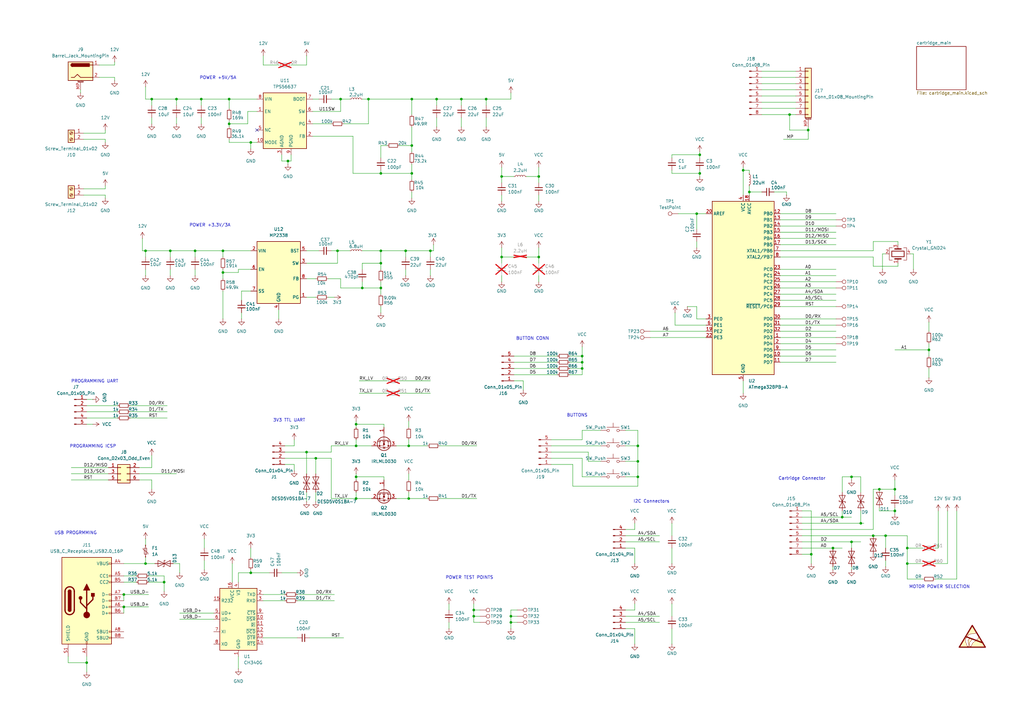
<source format=kicad_sch>
(kicad_sch (version 20231120) (generator "eeschema") (generator_version "8.0")
  (paper "A3")
  (title_block (title "Pill Dispenser") (date "21/07/2025") (rev "0.1") (company "Pawel Toborek"))
  (junction (at 146.05 173.99))
  (junction (at 72.39 40.64))
  (junction (at 349.25 195.58))
  (junction (at 50.8 243.84))
  (junction (at 372.11 231.14))
  (junction (at 125.73 185.42))
  (junction (at 238.76 148.59))
  (junction (at 50.8 248.92))
  (junction (at 156.21 107.95))
  (junction (at 148.59 118.11))
  (junction (at 341.63 224.79))
  (junction (at 205.74 72.39))
  (junction (at 287.02 63.5))
  (junction (at 139.7 40.64))
  (junction (at 194.31 252.73))
  (junction (at 349.25 222.25))
  (junction (at 80.01 102.87))
  (junction (at 166.37 102.87))
  (junction (at 91.44 111.76))
  (junction (at 91.44 102.87))
  (junction (at 199.39 40.64))
  (junction (at 167.64 204.47))
  (junction (at 59.69 102.87))
  (junction (at 102.87 234.95))
  (junction (at 381 143.51))
  (junction (at 261.62 189.23))
  (junction (at 261.62 182.88))
  (junction (at 220.98 72.39))
  (junction (at 179.07 40.64))
  (junction (at 307.34 78.74))
  (junction (at 209.55 252.73))
  (junction (at 189.23 40.64))
  (junction (at 367.03 200.66))
  (junction (at 345.44 212.09))
  (junction (at 367.03 209.55))
  (junction (at 363.22 219.71))
  (junction (at 285.75 87.63))
  (junction (at 93.98 40.64))
  (junction (at 156.21 118.11))
  (junction (at 59.69 231.14))
  (junction (at 304.8 69.85))
  (junction (at 168.91 40.64))
  (junction (at 129.54 187.96))
  (junction (at 372.11 224.79))
  (junction (at 69.85 102.87))
  (junction (at 156.21 71.12))
  (junction (at 209.55 255.27))
  (junction (at 102.87 58.42))
  (junction (at 176.53 102.87))
  (junction (at 156.21 102.87))
  (junction (at 331.47 53.34))
  (junction (at 261.62 195.58))
  (junction (at 146.05 204.47))
  (junction (at 168.91 71.12))
  (junction (at 238.76 146.05))
  (junction (at 358.14 219.71))
  (junction (at 323.85 46.99))
  (junction (at 146.05 195.58))
  (junction (at 220.98 105.41))
  (junction (at 82.55 40.64))
  (junction (at 62.23 40.64))
  (junction (at 167.64 182.88))
  (junction (at 168.91 59.69))
  (junction (at 35.56 271.78))
  (junction (at 287.02 71.12))
  (junction (at 332.74 227.33))
  (junction (at 67.31 238.76))
  (junction (at 194.31 250.19))
  (junction (at 151.13 40.64))
  (junction (at 360.68 200.66))
  (junction (at 238.76 151.13))
  (junction (at 138.43 102.87))
  (junction (at 353.06 214.63))
  (junction (at 205.74 105.41))
  (junction (at 146.05 182.88))
  (junction (at 118.11 66.04))
  (junction (at 93.98 50.8))
  (no_connect (at 105.41 53.34))
  (wire (pts (xy 209.55 38.1) (xy 209.55 40.64)))
  (wire (pts (xy 312.42 44.45) (xy 326.39 44.45)))
  (wire (pts (xy 82.55 48.26) (xy 82.55 50.8)))
  (wire (pts (xy 125.73 102.87) (xy 130.81 102.87)))
  (wire (pts (xy 102.87 110.49) (xy 97.79 110.49)))
  (wire (pts (xy 121.92 246.38) (xy 137.16 246.38)))
  (wire (pts (xy 146.05 196.85) (xy 146.05 195.58)))
  (wire (pts (xy 238.76 180.34) (xy 238.76 176.53)))
  (wire (pts (xy 72.39 40.64) (xy 82.55 40.64)))
  (wire (pts (xy 72.39 48.26) (xy 72.39 50.8)))
  (wire (pts (xy 102.87 234.95) (xy 110.49 234.95)))
  (wire (pts (xy 125.73 121.92) (xy 129.54 121.92)))
  (wire (pts (xy 349.25 195.58) (xy 353.06 195.58)))
  (wire (pts (xy 345.44 209.55) (xy 345.44 212.09)))
  (wire (pts (xy 148.59 110.49) (xy 148.59 107.95)))
  (wire (pts (xy 307.34 71.12) (xy 307.34 69.85)))
  (wire (pts (xy 320.04 90.17) (xy 342.9 90.17)))
  (wire (pts (xy 307.34 76.2) (xy 307.34 78.74)))
  (wire (pts (xy 307.34 78.74) (xy 312.42 78.74)))
  (wire (pts (xy 210.82 146.05) (xy 228.6 146.05)))
  (wire (pts (xy 93.98 40.64) (xy 105.41 40.64)))
  (wire (pts (xy 73.66 254) (xy 87.63 254)))
  (wire (pts (xy 384.81 224.79) (xy 384.81 209.55)))
  (wire (pts (xy 381 151.13) (xy 381 154.94)))
  (wire (pts (xy 27.94 271.78) (xy 27.94 269.24)))
  (wire (pts (xy 320.04 140.97) (xy 342.9 140.97)))
  (wire (pts (xy 62.23 40.64) (xy 72.39 40.64)))
  (wire (pts (xy 168.91 71.12) (xy 168.91 73.66)))
  (wire (pts (xy 59.69 102.87) (xy 59.69 105.41)))
  (wire (pts (xy 80.01 110.49) (xy 80.01 113.03)))
  (wire (pts (xy 246.38 195.58) (xy 238.76 195.58)))
  (wire (pts (xy 328.93 217.17) (xy 358.14 217.17)))
  (wire (pts (xy 287.02 69.85) (xy 287.02 71.12)))
  (wire (pts (xy 256.54 189.23) (xy 261.62 189.23)))
  (wire (pts (xy 381 140.97) (xy 381 143.51)))
  (wire (pts (xy 266.7 135.89) (xy 289.56 135.89)))
  (wire (pts (xy 238.76 176.53) (xy 246.38 176.53)))
  (wire (pts (xy 372.11 224.79) (xy 372.11 231.14)))
  (wire (pts (xy 358.14 105.41) (xy 358.14 109.22)))
  (wire (pts (xy 82.55 40.64) (xy 82.55 43.18)))
  (wire (pts (xy 129.54 201.93) (xy 129.54 205.74)))
  (wire (pts (xy 275.59 247.65) (xy 275.59 252.73)))
  (wire (pts (xy 304.8 69.85) (xy 304.8 80.01)))
  (wire (pts (xy 260.35 257.81) (xy 260.35 264.16)))
  (wire (pts (xy 372.11 231.14) (xy 378.46 231.14)))
  (wire (pts (xy 157.48 196.85) (xy 157.48 195.58)))
  (wire (pts (xy 312.42 31.75) (xy 326.39 31.75)))
  (wire (pts (xy 214.63 156.21) (xy 214.63 160.02)))
  (wire (pts (xy 238.76 146.05) (xy 233.68 146.05)))
  (wire (pts (xy 360.68 200.66) (xy 358.14 200.66)))
  (wire (pts (xy 199.39 52.07) (xy 199.39 48.26)))
  (wire (pts (xy 199.39 43.18) (xy 199.39 40.64)))
  (wire (pts (xy 91.44 119.38) (xy 91.44 130.81)))
  (wire (pts (xy 156.21 118.11) (xy 148.59 118.11)))
  (wire (pts (xy 320.04 146.05) (xy 342.9 146.05)))
  (wire (pts (xy 151.13 50.8) (xy 151.13 40.64)))
  (wire (pts (xy 220.98 72.39) (xy 220.98 68.58)))
  (wire (pts (xy 38.1 163.83) (xy 35.56 163.83)))
  (wire (pts (xy 320.04 97.79) (xy 342.9 97.79)))
  (wire (pts (xy 166.37 105.41) (xy 166.37 102.87)))
  (wire (pts (xy 209.55 252.73) (xy 209.55 250.19)))
  (wire (pts (xy 146.05 195.58) (xy 146.05 194.31)))
  (wire (pts (xy 220.98 105.41) (xy 220.98 101.6)))
  (wire (pts (xy 345.44 212.09) (xy 349.25 212.09)))
  (wire (pts (xy 285.75 130.81) (xy 285.75 125.73)))
  (wire (pts (xy 358.14 200.66) (xy 358.14 217.17)))
  (wire (pts (xy 233.68 148.59) (xy 238.76 148.59)))
  (wire (pts (xy 383.54 224.79) (xy 384.81 224.79)))
  (wire (pts (xy 353.06 195.58) (xy 353.06 201.93)))
  (wire (pts (xy 139.7 118.11) (xy 148.59 118.11)))
  (wire (pts (xy 157.48 175.26) (xy 157.48 173.99)))
  (wire (pts (xy 146.05 201.93) (xy 146.05 204.47)))
  (wire (pts (xy 107.95 26.67) (xy 107.95 22.86)))
  (wire (pts (xy 307.34 78.74) (xy 307.34 80.01)))
  (wire (pts (xy 35.56 168.91) (xy 48.26 168.91)))
  (wire (pts (xy 62.23 191.77) (xy 62.23 186.69)))
  (wire (pts (xy 210.82 153.67) (xy 228.6 153.67)))
  (wire (pts (xy 139.7 45.72) (xy 139.7 40.64)))
  (wire (pts (xy 233.68 151.13) (xy 238.76 151.13)))
  (wire (pts (xy 367.03 203.2) (xy 367.03 200.66)))
  (wire (pts (xy 256.54 217.17) (xy 260.35 217.17)))
  (wire (pts (xy 363.22 229.87) (xy 363.22 232.41)))
  (wire (pts (xy 349.25 222.25) (xy 349.25 224.79)))
  (wire (pts (xy 238.76 187.96) (xy 226.06 187.96)))
  (wire (pts (xy 312.42 41.91) (xy 326.39 41.91)))
  (wire (pts (xy 166.37 102.87) (xy 176.53 102.87)))
  (wire (pts (xy 345.44 195.58) (xy 349.25 195.58)))
  (wire (pts (xy 220.98 74.93) (xy 220.98 72.39)))
  (wire (pts (xy 383.54 237.49) (xy 392.43 237.49)))
  (wire (pts (xy 148.59 102.87) (xy 156.21 102.87)))
  (wire (pts (xy 138.43 107.95) (xy 138.43 102.87)))
  (wire (pts (xy 99.06 123.19) (xy 99.06 119.38)))
  (wire (pts (xy 129.54 187.96) (xy 129.54 194.31)))
  (wire (pts (xy 147.32 156.21) (xy 158.75 156.21)))
  (wire (pts (xy 62.23 40.64) (xy 62.23 43.18)))
  (wire (pts (xy 312.42 29.21) (xy 326.39 29.21)))
  (wire (pts (xy 140.97 50.8) (xy 151.13 50.8)))
  (wire (pts (xy 275.59 69.85) (xy 275.59 71.12)))
  (wire (pts (xy 91.44 102.87) (xy 102.87 102.87)))
  (wire (pts (xy 320.04 135.89) (xy 342.9 135.89)))
  (wire (pts (xy 320.04 118.11) (xy 342.9 118.11)))
  (wire (pts (xy 46.99 31.75) (xy 40.64 31.75)))
  (wire (pts (xy 35.56 271.78) (xy 35.56 275.59)))
  (wire (pts (xy 289.56 133.35) (xy 276.86 133.35)))
  (wire (pts (xy 43.18 57.15) (xy 34.29 57.15)))
  (wire (pts (xy 320.04 110.49) (xy 342.9 110.49)))
  (wire (pts (xy 320.04 87.63) (xy 342.9 87.63)))
  (wire (pts (xy 127 261.62) (xy 140.97 261.62)))
  (wire (pts (xy 261.62 195.58) (xy 261.62 199.39)))
  (wire (pts (xy 157.48 195.58) (xy 146.05 195.58)))
  (wire (pts (xy 116.84 190.5) (xy 120.65 190.5)))
  (wire (pts (xy 323.85 46.99) (xy 326.39 46.99)))
  (wire (pts (xy 275.59 224.79) (xy 275.59 231.14)))
  (wire (pts (xy 328.93 224.79) (xy 341.63 224.79)))
  (wire (pts (xy 120.65 182.88) (xy 120.65 180.34)))
  (wire (pts (xy 115.57 66.04) (xy 118.11 66.04)))
  (wire (pts (xy 163.83 161.29) (xy 176.53 161.29)))
  (wire (pts (xy 320.04 105.41) (xy 358.14 105.41)))
  (wire (pts (xy 238.76 153.67) (xy 238.76 151.13)))
  (wire (pts (xy 261.62 182.88) (xy 261.62 189.23)))
  (wire (pts (xy 180.34 204.47) (xy 195.58 204.47)))
  (wire (pts (xy 358.14 99.06) (xy 368.3 99.06)))
  (wire (pts (xy 209.55 255.27) (xy 212.09 255.27)))
  (wire (pts (xy 157.48 173.99) (xy 146.05 173.99)))
  (wire (pts (xy 125.73 185.42) (xy 125.73 194.31)))
  (wire (pts (xy 83.82 220.98) (xy 83.82 224.79)))
  (wire (pts (xy 144.78 55.88) (xy 144.78 71.12)))
  (wire (pts (xy 349.25 232.41) (xy 349.25 233.68)))
  (wire (pts (xy 102.87 58.42) (xy 102.87 60.96)))
  (wire (pts (xy 260.35 224.79) (xy 260.35 231.14)))
  (wire (pts (xy 205.74 101.6) (xy 205.74 105.41)))
  (wire (pts (xy 156.21 64.77) (xy 156.21 59.69)))
  (wire (pts (xy 341.63 224.79) (xy 345.44 224.79)))
  (wire (pts (xy 95.25 231.14) (xy 95.25 238.76)))
  (wire (pts (xy 179.07 52.07) (xy 179.07 48.26)))
  (wire (pts (xy 189.23 52.07) (xy 189.23 48.26)))
  (wire (pts (xy 139.7 114.3) (xy 139.7 118.11)))
  (wire (pts (xy 43.18 58.42) (xy 43.18 57.15)))
  (wire (pts (xy 312.42 34.29) (xy 326.39 34.29)))
  (wire (pts (xy 285.75 93.98) (xy 285.75 87.63)))
  (wire (pts (xy 59.69 40.64) (xy 59.69 35.56)))
  (wire (pts (xy 163.83 156.21) (xy 176.53 156.21)))
  (wire (pts (xy 194.31 252.73) (xy 196.85 252.73)))
  (wire (pts (xy 205.74 113.03) (xy 205.74 115.57)))
  (wire (pts (xy 62.23 196.85) (xy 57.15 196.85)))
  (wire (pts (xy 144.78 71.12) (xy 156.21 71.12)))
  (wire (pts (xy 328.93 209.55) (xy 332.74 209.55)))
  (wire (pts (xy 101.6 50.8) (xy 93.98 50.8)))
  (wire (pts (xy 256.54 224.79) (xy 260.35 224.79)))
  (wire (pts (xy 139.7 40.64) (xy 143.51 40.64)))
  (wire (pts (xy 35.56 271.78) (xy 27.94 271.78)))
  (wire (pts (xy 125.73 114.3) (xy 129.54 114.3)))
  (wire (pts (xy 226.06 182.88) (xy 246.38 182.88)))
  (wire (pts (xy 341.63 232.41) (xy 341.63 233.68)))
  (wire (pts (xy 363.22 104.14) (xy 361.95 104.14)))
  (wire (pts (xy 312.42 36.83) (xy 326.39 36.83)))
  (wire (pts (xy 220.98 80.01) (xy 220.98 82.55)))
  (wire (pts (xy 312.42 46.99) (xy 323.85 46.99)))
  (wire (pts (xy 119.38 26.67) (xy 125.73 26.67)))
  (wire (pts (xy 368.3 99.06) (xy 368.3 100.33)))
  (wire (pts (xy 304.8 68.58) (xy 304.8 69.85)))
  (wire (pts (xy 256.54 255.27) (xy 270.51 255.27)))
  (wire (pts (xy 34.29 54.61) (xy 43.18 54.61)))
  (wire (pts (xy 128.27 50.8) (xy 135.89 50.8)))
  (wire (pts (xy 215.9 105.41) (xy 220.98 105.41)))
  (wire (pts (xy 241.3 185.42) (xy 241.3 189.23)))
  (wire (pts (xy 241.3 189.23) (xy 246.38 189.23)))
  (wire (pts (xy 194.31 250.19) (xy 196.85 250.19)))
  (wire (pts (xy 320.04 148.59) (xy 342.9 148.59)))
  (wire (pts (xy 323.85 46.99) (xy 323.85 53.34)))
  (wire (pts (xy 179.07 43.18) (xy 179.07 40.64)))
  (wire (pts (xy 167.64 182.88) (xy 167.64 180.34)))
  (wire (pts (xy 146.05 182.88) (xy 152.4 182.88)))
  (wire (pts (xy 372.11 219.71) (xy 372.11 224.79)))
  (wire (pts (xy 210.82 151.13) (xy 228.6 151.13)))
  (wire (pts (xy 320.04 123.19) (xy 342.9 123.19)))
  (wire (pts (xy 102.87 58.42) (xy 105.41 58.42)))
  (wire (pts (xy 168.91 40.64) (xy 179.07 40.64)))
  (wire (pts (xy 372.11 231.14) (xy 372.11 237.49)))
  (wire (pts (xy 156.21 71.12) (xy 168.91 71.12)))
  (wire (pts (xy 374.65 104.14) (xy 374.65 110.49)))
  (wire (pts (xy 97.79 269.24) (xy 97.79 274.32)))
  (wire (pts (xy 91.44 110.49) (xy 91.44 111.76)))
  (wire (pts (xy 189.23 40.64) (xy 199.39 40.64)))
  (wire (pts (xy 46.99 25.4) (xy 46.99 26.67)))
  (wire (pts (xy 256.54 250.19) (xy 260.35 250.19)))
  (wire (pts (xy 332.74 209.55) (xy 332.74 227.33)))
  (wire (pts (xy 58.42 97.79) (xy 58.42 102.87)))
  (wire (pts (xy 367.03 208.28) (xy 367.03 209.55)))
  (wire (pts (xy 80.01 102.87) (xy 80.01 105.41)))
  (wire (pts (xy 238.76 151.13) (xy 238.76 148.59)))
  (wire (pts (xy 55.88 238.76) (xy 50.8 238.76)))
  (wire (pts (xy 322.58 78.74) (xy 317.5 78.74)))
  (wire (pts (xy 128.27 55.88) (xy 144.78 55.88)))
  (wire (pts (xy 275.59 214.63) (xy 275.59 219.71)))
  (wire (pts (xy 205.74 72.39) (xy 205.74 74.93)))
  (wire (pts (xy 205.74 72.39) (xy 210.82 72.39)))
  (wire (pts (xy 135.89 187.96) (xy 135.89 204.47)))
  (wire (pts (xy 59.69 102.87) (xy 69.85 102.87)))
  (wire (pts (xy 194.31 247.65) (xy 194.31 250.19)))
  (wire (pts (xy 215.9 72.39) (xy 220.98 72.39)))
  (wire (pts (xy 287.02 63.5) (xy 287.02 64.77)))
  (wire (pts (xy 135.89 40.64) (xy 139.7 40.64)))
  (wire (pts (xy 234.95 199.39) (xy 261.62 199.39)))
  (wire (pts (xy 156.21 102.87) (xy 156.21 107.95)))
  (wire (pts (xy 266.7 138.43) (xy 289.56 138.43)))
  (wire (pts (xy 331.47 52.07) (xy 331.47 53.34)))
  (wire (pts (xy 38.1 173.99) (xy 35.56 173.99)))
  (wire (pts (xy 349.25 195.58) (xy 349.25 196.85)))
  (wire (pts (xy 102.87 234.95) (xy 102.87 233.68)))
  (wire (pts (xy 167.64 204.47) (xy 175.26 204.47)))
  (wire (pts (xy 261.62 176.53) (xy 256.54 176.53)))
  (wire (pts (xy 238.76 195.58) (xy 238.76 187.96)))
  (wire (pts (xy 50.8 248.92) (xy 60.96 248.92)))
  (wire (pts (xy 156.21 71.12) (xy 156.21 69.85)))
  (wire (pts (xy 363.22 219.71) (xy 363.22 224.79)))
  (wire (pts (xy 368.3 109.22) (xy 368.3 107.95)))
  (wire (pts (xy 128.27 45.72) (xy 139.7 45.72)))
  (wire (pts (xy 67.31 238.76) (xy 67.31 242.57)))
  (wire (pts (xy 189.23 43.18) (xy 189.23 40.64)))
  (wire (pts (xy 209.55 252.73) (xy 212.09 252.73)))
  (wire (pts (xy 62.23 40.64) (xy 59.69 40.64)))
  (wire (pts (xy 97.79 111.76) (xy 91.44 111.76)))
  (wire (pts (xy 256.54 219.71) (xy 270.51 219.71)))
  (wire (pts (xy 34.29 77.47) (xy 43.18 77.47)))
  (wire (pts (xy 176.53 105.41) (xy 176.53 102.87)))
  (wire (pts (xy 62.23 48.26) (xy 62.23 50.8)))
  (wire (pts (xy 205.74 105.41) (xy 205.74 107.95)))
  (wire (pts (xy 116.84 182.88) (xy 120.65 182.88)))
  (wire (pts (xy 82.55 40.64) (xy 93.98 40.64)))
  (wire (pts (xy 184.15 255.27) (xy 184.15 257.81)))
  (wire (pts (xy 210.82 148.59) (xy 228.6 148.59)))
  (wire (pts (xy 134.62 121.92) (xy 137.16 121.92)))
  (wire (pts (xy 156.21 59.69) (xy 158.75 59.69)))
  (wire (pts (xy 345.44 201.93) (xy 345.44 195.58)))
  (wire (pts (xy 321.31 57.15) (xy 331.47 57.15)))
  (wire (pts (xy 69.85 110.49) (xy 69.85 113.03)))
  (wire (pts (xy 107.95 243.84) (xy 116.84 243.84)))
  (wire (pts (xy 226.06 190.5) (xy 234.95 190.5)))
  (wire (pts (xy 146.05 175.26) (xy 146.05 173.99)))
  (wire (pts (xy 332.74 227.33) (xy 328.93 227.33)))
  (wire (pts (xy 105.41 45.72) (xy 101.6 45.72)))
  (wire (pts (xy 125.73 201.93) (xy 125.73 205.74)))
  (wire (pts (xy 93.98 57.15) (xy 93.98 58.42)))
  (wire (pts (xy 328.93 222.25) (xy 349.25 222.25)))
  (wire (pts (xy 93.98 49.53) (xy 93.98 50.8)))
  (wire (pts (xy 176.53 102.87) (xy 177.8 102.87)))
  (wire (pts (xy 156.21 118.11) (xy 156.21 120.65)))
  (wire (pts (xy 209.55 250.19) (xy 212.09 250.19)))
  (wire (pts (xy 33.02 38.1) (xy 33.02 36.83)))
  (wire (pts (xy 320.04 138.43) (xy 342.9 138.43)))
  (wire (pts (xy 256.54 257.81) (xy 260.35 257.81)))
  (wire (pts (xy 147.32 161.29) (xy 158.75 161.29)))
  (wire (pts (xy 320.04 92.71) (xy 342.9 92.71)))
  (wire (pts (xy 331.47 53.34) (xy 331.47 57.15)))
  (wire (pts (xy 115.57 63.5) (xy 115.57 66.04)))
  (wire (pts (xy 328.93 214.63) (xy 353.06 214.63)))
  (wire (pts (xy 320.04 95.25) (xy 342.9 95.25)))
  (wire (pts (xy 97.79 110.49) (xy 97.79 111.76)))
  (wire (pts (xy 276.86 133.35) (xy 276.86 128.27)))
  (wire (pts (xy 43.18 80.01) (xy 34.29 80.01)))
  (wire (pts (xy 209.55 255.27) (xy 209.55 252.73)))
  (wire (pts (xy 320.04 100.33) (xy 342.9 100.33)))
  (wire (pts (xy 135.89 185.42) (xy 135.89 182.88)))
  (wire (pts (xy 261.62 176.53) (xy 261.62 182.88)))
  (wire (pts (xy 312.42 39.37) (xy 326.39 39.37)))
  (wire (pts (xy 151.13 40.64) (xy 148.59 40.64)))
  (wire (pts (xy 156.21 102.87) (xy 166.37 102.87)))
  (wire (pts (xy 323.85 53.34) (xy 331.47 53.34)))
  (wire (pts (xy 374.65 104.14) (xy 373.38 104.14)))
  (wire (pts (xy 50.8 248.92) (xy 50.8 251.46)))
  (wire (pts (xy 168.91 52.07) (xy 168.91 59.69)))
  (wire (pts (xy 156.21 107.95) (xy 156.21 110.49)))
  (wire (pts (xy 91.44 102.87) (xy 91.44 105.41)))
  (wire (pts (xy 168.91 67.31) (xy 168.91 71.12)))
  (wire (pts (xy 220.98 113.03) (xy 220.98 115.57)))
  (wire (pts (xy 162.56 182.88) (xy 167.64 182.88)))
  (wire (pts (xy 91.44 111.76) (xy 91.44 114.3)))
  (wire (pts (xy 320.04 133.35) (xy 342.9 133.35)))
  (wire (pts (xy 46.99 33.02) (xy 46.99 31.75)))
  (wire (pts (xy 260.35 250.19) (xy 260.35 247.65)))
  (wire (pts (xy 367.03 200.66) (xy 360.68 200.66)))
  (wire (pts (xy 167.64 182.88) (xy 175.26 182.88)))
  (wire (pts (xy 275.59 63.5) (xy 275.59 64.77)))
  (wire (pts (xy 367.03 209.55) (xy 367.03 210.82)))
  (wire (pts (xy 179.07 40.64) (xy 189.23 40.64)))
  (wire (pts (xy 73.66 251.46) (xy 87.63 251.46)))
  (wire (pts (xy 167.64 196.85) (xy 167.64 194.31)))
  (wire (pts (xy 29.21 191.77) (xy 44.45 191.77)))
  (wire (pts (xy 166.37 113.03) (xy 166.37 110.49)))
  (wire (pts (xy 29.21 196.85) (xy 44.45 196.85)))
  (wire (pts (xy 168.91 62.23) (xy 168.91 59.69)))
  (wire (pts (xy 93.98 58.42) (xy 102.87 58.42)))
  (wire (pts (xy 53.34 168.91) (xy 68.58 168.91)))
  (wire (pts (xy 194.31 250.19) (xy 194.31 252.73)))
  (wire (pts (xy 43.18 76.2) (xy 43.18 77.47)))
  (wire (pts (xy 167.64 175.26) (xy 167.64 172.72)))
  (wire (pts (xy 167.64 204.47) (xy 167.64 201.93)))
  (wire (pts (xy 50.8 243.84) (xy 50.8 246.38)))
  (wire (pts (xy 205.74 68.58) (xy 205.74 72.39)))
  (wire (pts (xy 99.06 128.27) (xy 99.06 130.81)))
  (wire (pts (xy 320.04 130.81) (xy 342.9 130.81)))
  (wire (pts (xy 205.74 105.41) (xy 210.82 105.41)))
  (wire (pts (xy 69.85 102.87) (xy 69.85 105.41)))
  (wire (pts (xy 210.82 156.21) (xy 214.63 156.21)))
  (wire (pts (xy 128.27 40.64) (xy 130.81 40.64)))
  (wire (pts (xy 184.15 247.65) (xy 184.15 250.19)))
  (wire (pts (xy 101.6 45.72) (xy 101.6 50.8)))
  (wire (pts (xy 115.57 234.95) (xy 121.92 234.95)))
  (wire (pts (xy 162.56 204.47) (xy 167.64 204.47)))
  (wire (pts (xy 320.04 102.87) (xy 358.14 102.87)))
  (wire (pts (xy 260.35 217.17) (xy 260.35 214.63)))
  (wire (pts (xy 285.75 125.73) (xy 281.94 125.73)))
  (wire (pts (xy 320.04 125.73) (xy 342.9 125.73)))
  (wire (pts (xy 135.89 182.88) (xy 146.05 182.88)))
  (wire (pts (xy 148.59 107.95) (xy 156.21 107.95)))
  (wire (pts (xy 62.23 200.66) (xy 62.23 196.85)))
  (wire (pts (xy 29.21 194.31) (xy 44.45 194.31)))
  (wire (pts (xy 388.62 209.55) (xy 388.62 231.14)))
  (wire (pts (xy 43.18 53.34) (xy 43.18 54.61)))
  (wire (pts (xy 261.62 189.23) (xy 261.62 195.58)))
  (wire (pts (xy 367.03 196.85) (xy 367.03 200.66)))
  (wire (pts (xy 353.06 214.63) (xy 354.33 214.63)))
  (wire (pts (xy 146.05 180.34) (xy 146.05 182.88)))
  (wire (pts (xy 118.11 66.04) (xy 118.11 67.31)))
  (wire (pts (xy 289.56 130.81) (xy 285.75 130.81)))
  (wire (pts (xy 69.85 102.87) (xy 80.01 102.87)))
  (wire (pts (xy 73.66 231.14) (xy 71.12 231.14)))
  (wire (pts (xy 304.8 156.21) (xy 304.8 161.29)))
  (wire (pts (xy 35.56 171.45) (xy 48.26 171.45)))
  (wire (pts (xy 353.06 214.63) (xy 353.06 209.55)))
  (wire (pts (xy 328.93 219.71) (xy 358.14 219.71)))
  (wire (pts (xy 358.14 102.87) (xy 358.14 99.06)))
  (wire (pts (xy 363.22 219.71) (xy 372.11 219.71)))
  (wire (pts (xy 138.43 102.87) (xy 143.51 102.87)))
  (wire (pts (xy 275.59 71.12) (xy 287.02 71.12)))
  (wire (pts (xy 55.88 236.22) (xy 50.8 236.22)))
  (wire (pts (xy 209.55 255.27) (xy 209.55 257.81)))
  (wire (pts (xy 35.56 166.37) (xy 48.26 166.37)))
  (wire (pts (xy 205.74 80.01) (xy 205.74 82.55)))
  (wire (pts (xy 332.74 231.14) (xy 332.74 227.33)))
  (wire (pts (xy 226.06 180.34) (xy 238.76 180.34)))
  (wire (pts (xy 381 143.51) (xy 381 146.05)))
  (wire (pts (xy 93.98 40.64) (xy 93.98 44.45)))
  (wire (pts (xy 119.38 66.04) (xy 118.11 66.04)))
  (wire (pts (xy 59.69 102.87) (xy 58.42 102.87)))
  (wire (pts (xy 358.14 109.22) (xy 368.3 109.22)))
  (wire (pts (xy 168.91 59.69) (xy 163.83 59.69)))
  (wire (pts (xy 73.66 234.95) (xy 73.66 231.14)))
  (wire (pts (xy 53.34 171.45) (xy 68.58 171.45)))
  (wire (pts (xy 125.73 107.95) (xy 138.43 107.95)))
  (wire (pts (xy 119.38 63.5) (xy 119.38 66.04)))
  (wire (pts (xy 57.15 191.77) (xy 62.23 191.77)))
  (wire (pts (xy 148.59 118.11) (xy 148.59 115.57)))
  (wire (pts (xy 233.68 153.67) (xy 238.76 153.67)))
  (wire (pts (xy 102.87 224.79) (xy 102.87 228.6)))
  (wire (pts (xy 238.76 148.59) (xy 238.76 146.05)))
  (wire (pts (xy 307.34 69.85) (xy 304.8 69.85)))
  (wire (pts (xy 194.31 255.27) (xy 196.85 255.27)))
  (wire (pts (xy 168.91 81.28) (xy 168.91 78.74)))
  (wire (pts (xy 43.18 81.28) (xy 43.18 80.01)))
  (wire (pts (xy 99.06 119.38) (xy 102.87 119.38)))
  (wire (pts (xy 360.68 209.55) (xy 367.03 209.55)))
  (wire (pts (xy 194.31 252.73) (xy 194.31 255.27)))
  (wire (pts (xy 238.76 142.24) (xy 238.76 146.05)))
  (wire (pts (xy 367.03 143.51) (xy 381 143.51)))
  (wire (pts (xy 134.62 114.3) (xy 139.7 114.3)))
  (wire (pts (xy 372.11 237.49) (xy 378.46 237.49)))
  (wire (pts (xy 278.13 87.63) (xy 285.75 87.63)))
  (wire (pts (xy 156.21 125.73) (xy 156.21 128.27)))
  (wire (pts (xy 320.04 115.57) (xy 342.9 115.57)))
  (wire (pts (xy 83.82 229.87) (xy 83.82 233.68)))
  (wire (pts (xy 97.79 238.76) (xy 97.79 234.95)))
  (wire (pts (xy 320.04 143.51) (xy 342.9 143.51)))
  (wire (pts (xy 121.92 243.84) (xy 137.16 243.84)))
  (wire (pts (xy 256.54 195.58) (xy 261.62 195.58)))
  (wire (pts (xy 358.14 219.71) (xy 363.22 219.71)))
  (wire (pts (xy 57.15 194.31) (xy 72.39 194.31)))
  (wire (pts (xy 146.05 173.99) (xy 146.05 172.72)))
  (wire (pts (xy 120.65 193.04) (xy 120.65 190.5)))
  (wire (pts (xy 381 132.08) (xy 381 135.89)))
  (wire (pts (xy 320.04 113.03) (xy 342.9 113.03)))
  (wire (pts (xy 67.31 238.76) (xy 60.96 238.76)))
  (wire (pts (xy 220.98 107.95) (xy 220.98 105.41)))
  (wire (pts (xy 125.73 185.42) (xy 135.89 185.42)))
  (wire (pts (xy 256.54 252.73) (xy 270.51 252.73)))
  (wire (pts (xy 72.39 40.64) (xy 72.39 43.18)))
  (wire (pts (xy 59.69 228.6) (xy 59.69 231.14)))
  (wire (pts (xy 234.95 190.5) (xy 234.95 199.39)))
  (wire (pts (xy 388.62 231.14) (xy 383.54 231.14)))
  (wire (pts (xy 40.64 26.67) (xy 46.99 26.67)))
  (wire (pts (xy 209.55 40.64) (xy 199.39 40.64)))
  (wire (pts (xy 176.53 113.03) (xy 176.53 110.49)))
  (wire (pts (xy 80.01 102.87) (xy 91.44 102.87)))
  (wire (pts (xy 392.43 237.49) (xy 392.43 209.55)))
  (wire (pts (xy 177.8 100.33) (xy 177.8 102.87)))
  (wire (pts (xy 275.59 257.81) (xy 275.59 264.16)))
  (wire (pts (xy 107.95 261.62) (xy 121.92 261.62)))
  (wire (pts (xy 114.3 127) (xy 114.3 130.81)))
  (wire (pts (xy 97.79 234.95) (xy 102.87 234.95)))
  (wire (pts (xy 107.95 246.38) (xy 116.84 246.38)))
  (wire (pts (xy 116.84 185.42) (xy 125.73 185.42)))
  (wire (pts (xy 114.3 26.67) (xy 107.95 26.67)))
  (wire (pts (xy 53.34 166.37) (xy 68.58 166.37)))
  (wire (pts (xy 59.69 220.98) (xy 59.69 223.52)))
  (wire (pts (xy 360.68 208.28) (xy 360.68 209.55)))
  (wire (pts (xy 60.96 236.22) (xy 67.31 236.22)))
  (wire (pts (xy 35.56 269.24) (xy 35.56 271.78)))
  (wire (pts (xy 156.21 115.57) (xy 156.21 118.11)))
  (wire (pts (xy 151.13 40.64) (xy 168.91 40.64)))
  (wire (pts (xy 180.34 182.88) (xy 195.58 182.88)))
  (wire (pts (xy 67.31 236.22) (xy 67.31 238.76)))
  (wire (pts (xy 361.95 104.14) (xy 361.95 110.49)))
  (wire (pts (xy 59.69 231.14) (xy 63.5 231.14)))
  (wire (pts (xy 59.69 110.49) (xy 59.69 113.03)))
  (wire (pts (xy 285.75 99.06) (xy 285.75 101.6)))
  (wire (pts (xy 135.89 102.87) (xy 138.43 102.87)))
  (wire (pts (xy 168.91 40.64) (xy 168.91 46.99)))
  (wire (pts (xy 287.02 71.12) (xy 287.02 72.39)))
  (wire (pts (xy 287.02 62.23) (xy 287.02 63.5)))
  (wire (pts (xy 285.75 87.63) (xy 289.56 87.63)))
  (wire (pts (xy 146.05 204.47) (xy 152.4 204.47)))
  (wire (pts (xy 256.54 182.88) (xy 261.62 182.88)))
  (wire (pts (xy 372.11 224.79) (xy 378.46 224.79)))
  (wire (pts (xy 256.54 222.25) (xy 270.51 222.25)))
  (wire (pts (xy 328.93 212.09) (xy 345.44 212.09)))
  (wire (pts (xy 226.06 185.42) (xy 241.3 185.42)))
  (wire (pts (xy 275.59 63.5) (xy 287.02 63.5)))
  (wire (pts (xy 349.25 222.25) (xy 353.06 222.25)))
  (wire (pts (xy 50.8 231.14) (xy 59.69 231.14)))
  (wire (pts (xy 322.58 80.01) (xy 322.58 78.74)))
  (wire (pts (xy 320.04 120.65) (xy 342.9 120.65)))
  (wire (pts (xy 125.73 26.67) (xy 125.73 22.86)))
  (wire (pts (xy 50.8 243.84) (xy 60.96 243.84)))
  (wire (pts (xy 93.98 50.8) (xy 93.98 52.07)))
  (wire (pts (xy 135.89 204.47) (xy 146.05 204.47)))
  (wire (pts (xy 129.54 187.96) (xy 135.89 187.96)))
  (wire (pts (xy 116.84 187.96) (xy 129.54 187.96)))
  (text "PROGRAMMING UART" (at 38.862 156.464 0) (effects (font (size 1.27 1.27))))
  (text "BUTTON CONN" (at 218.44 138.938 0) (effects (font (size 1.27 1.27))))
  (text "BUTTONS" (at 236.728 170.434 0) (effects (font (size 1.27 1.27))))
  (text "I2C Connectors" (at 267.208 205.74 0) (effects (font (size 1.27 1.27))))
  (text "Cartridge Connector" (at 328.93 196.342 0) (effects (font (size 1.27 1.27))))
  (text "MOTOR POWER SELECTION" (at 385.318 240.792 0) (effects (font (size 1.27 1.27))))
  (text "POWER +3.3V/3A" (at 86.106 92.456 0) (effects (font (size 1.27 1.27))))
  (text "POWER TEST POINTS" (at 192.532 236.982 0) (effects (font (size 1.27 1.27))))
  (text "USB PROGRMMING" (at 30.988 218.694 0) (effects (font (size 1.27 1.27))))
  (text "POWER +5V/5A" (at 89.408 32.004 0) (effects (font (size 1.27 1.27))))
  (text "3V3 TTL UART" (at 118.618 172.466 0) (effects (font (size 1.27 1.27))))
  (text "PROGRAMMING ICSP" (at 38.1 183.134 0) (effects (font (size 1.27 1.27))))
  (label "MP" (at 322.58 57.15 0))
  (label "D5" (at 217.17 153.67 0))
  (label "D6" (at 217.17 151.13 0))
  (label "D4" (at 330.2 140.97 0))
  (label "D11{slash}MOSI" (at 66.04 194.31 0))
  (label "D9" (at 330.2 90.17 0))
  (label "A5{slash}SCL" (at 261.62 255.27 0))
  (label "D7" (at 217.17 148.59 0))
  (label "D11{slash}MOSI" (at 330.2 95.25 0))
  (label "A1" (at 369.57 143.51 0))
  (label "A5{slash}SCL" (at 336.55 212.09 0))
  (label "USB_D-" (at 74.93 254 0))
  (label "D0{slash}RX" (at 330.2 130.81 0))
  (label "A4{slash}SDA" (at 336.55 214.63 0))
  (label "D8" (at 217.17 146.05 0))
  (label "D1{slash}TX" (at 189.23 204.47 0))
  (label "D8" (at 330.2 87.63 0))
  (label "TX_LV" (at 137.16 204.47 0))
  (label "D12{slash}MISO" (at 34.29 191.77 0))
  (label "U11SW" (at 130.81 45.72 0))
  (label "A4{slash}SDA" (at 330.2 120.65 0))
  (label "RST" (at 60.96 171.45 0))
  (label "TX_LV" (at 147.32 161.29 0))
  (label "A2" (at 330.2 115.57 0))
  (label "D13{slash}SCK" (at 34.29 194.31 0))
  (label "A5{slash}SCL" (at 330.2 123.19 0))
  (label "RX_LV" (at 147.32 156.21 0))
  (label "RST" (at 34.29 196.85 0))
  (label "A4{slash}SDA" (at 261.62 252.73 0))
  (label "D6" (at 330.2 146.05 0))
  (label "D13{slash}SCK" (at 330.2 100.33 0))
  (label "D12{slash}MISO" (at 330.2 97.79 0))
  (label "RST" (at 135.89 261.62 0))
  (label "D1{slash}TX" (at 129.54 246.38 0))
  (label "D0{slash}RX" (at 60.96 166.37 0))
  (label "D10" (at 330.2 92.71 0))
  (label "USB_D-" (at 53.34 243.84 0))
  (label "D3" (at 330.2 138.43 0))
  (label "D2" (at 330.2 135.89 0))
  (label "D0{slash}RX" (at 129.54 243.84 0))
  (label "D1{slash}TX" (at 330.2 133.35 0))
  (label "USB_D+" (at 53.34 248.92 0))
  (label "D5" (at 330.2 143.51 0))
  (label "D0{slash}RX" (at 189.23 182.88 0))
  (label "A7" (at 271.78 138.43 0))
  (label "D0{slash}RX" (at 170.18 156.21 0))
  (label "A1" (at 330.2 113.03 0))
  (label "A6" (at 271.78 135.89 0))
  (label "D1{slash}TX" (at 170.18 161.29 0))
  (label "D1{slash}TX" (at 60.96 168.91 0))
  (label "D2" (at 336.55 222.25 0))
  (label "A0" (at 330.2 110.49 0))
  (label "A3" (at 330.2 118.11 0))
  (label "D7" (at 330.2 148.59 0))
  (label "USB_D+" (at 74.93 251.46 0))
  (label "RX_LV" (at 137.16 182.88 0))
  (label "A4{slash}SDA" (at 261.62 219.71 0))
  (label "A0" (at 336.55 224.79 0))
  (label "A5{slash}SCL" (at 261.62 222.25 0))
  (label "RST" (at 330.2 125.73 0))
  (symbol (lib_id "Device:C_Small") (at 156.21 67.31 180) (unit 1)
    (property "Reference" "C22" (at 158.75 66.0335 0) (effects (justify right)))
    (property "Value" "100pF" (at 158.75 68.5735 0) (effects (justify right)))
    (property "Footprint" "Capacitor_SMD:C_0805_2012Metric_Pad1.18x1.45mm_HandSolder" (effects (hide yes)))
    (property "Description" "Unpolarized capacitor, small symbol" (effects (hide yes)))
  )
  (symbol (lib_id "Connector:TestPoint") (at 342.9 115.57 270) (unit 1)
    (property "Reference" "TP10" (at 347.218 115.57 90) (effects (justify left)))
    (property "Value" "TestPoint" (effects (hide yes)))
    (property "Footprint" "MyLib:TestPoint_Pad_D1.5mm_3D_Model" (effects (hide yes)))
    (property "Description" "test point" (effects (hide yes)))
  )
  (symbol (lib_id "Device:C_Small") (at 72.39 45.72 180) (unit 1)
    (property "Reference" "C24" (at 74.93 44.4435 0) (effects (justify right)))
    (property "Value" "10uF" (at 74.93 46.9835 0) (effects (justify right)))
    (property "Footprint" "Capacitor_SMD:C_0805_2012Metric_Pad1.18x1.45mm_HandSolder" (effects (hide yes)))
    (property "Description" "Unpolarized capacitor, small symbol" (effects (hide yes)))
  )
  (symbol (lib_id "power:GND") (at 214.63 160.02 0) (unit 1)
    (property "Reference" "#PWR0179" (effects (hide yes)))
    (property "Value" "GND" (at 214.63 165.1 0))
    (property "Description" "Power symbol creates a global label with name \"GND\" , ground" (effects (hide yes)))
  )
  (symbol (lib_id "Device:R_Small") (at 156.21 113.03 0) (unit 1)
    (property "Reference" "R55" (at 159.258 113.792 0))
    (property "Value" "51k" (at 159.004 112.014 0))
    (property "Footprint" "Resistor_SMD:R_0603_1608Metric_Pad0.98x0.95mm_HandSolder" (effects (hide yes)))
    (property "Description" "Resistor, small symbol" (effects (hide yes)))
  )
  (symbol (lib_id "power:GND") (at 72.39 50.8 0) (unit 1)
    (property "Reference" "#PWR0124" (effects (hide yes)))
    (property "Value" "GND" (at 72.39 55.88 0))
    (property "Description" "Power symbol creates a global label with name \"GND\" , ground" (effects (hide yes)))
  )
  (symbol (lib_id "power:VCC") (at 287.02 62.23 0) (unit 1)
    (property "Reference" "#PWR010" (effects (hide yes)))
    (property "Value" "VCC" (at 287.02 57.15 0))
    (property "Description" "Power symbol creates a global label with name \"VCC\"" (effects (hide yes)))
  )
  (symbol (lib_id "Connector:USB_C_Receptacle_USB2.0_16P") (at 35.56 246.38 0) (unit 1)
    (property "Reference" "J11" (at 35.56 223.52 0))
    (property "Value" "USB_C_Receptacle_USB2.0_16P" (at 35.56 226.06 0))
    (property "Footprint" "Connector_USB:USB_C_Receptacle_GCT_USB4085" (effects (hide yes)))
    (property "Datasheet" "https://www.usb.org/sites/default/files/documents/usb_type-c.zip" (effects (hide yes)))
    (property "Description" "USB 2.0-only 16P Type-C Receptacle connector" (effects (hide yes)))
  )
  (symbol (lib_id "power:+3V3") (at 120.65 180.34 0) (unit 1)
    (property "Reference" "#PWR01" (effects (hide yes)))
    (property "Value" "3V3" (at 120.65 175.26 0))
    (property "Description" "Power symbol creates a global label with name \"+3V3\"" (effects (hide yes)))
  )
  (symbol (lib_id "power:GND") (at 220.98 82.55 0) (unit 1)
    (property "Reference" "#PWR0135" (effects (hide yes)))
    (property "Value" "GND" (at 220.98 86.36 0))
    (property "Description" "Power symbol creates a global label with name \"GND\" , ground" (effects (hide yes)))
  )
  (symbol (lib_id "Device:C_Small") (at 179.07 45.72 180) (unit 1)
    (property "Reference" "C27" (at 181.61 44.4435 0) (effects (justify right)))
    (property "Value" "22uF" (at 181.61 46.9835 0) (effects (justify right)))
    (property "Footprint" "Capacitor_SMD:C_1206_3216Metric_Pad1.33x1.80mm_HandSolder" (effects (hide yes)))
    (property "Description" "Unpolarized capacitor, small symbol" (effects (hide yes)))
  )
  (symbol (lib_id "power:GND") (at 381 154.94 0) (unit 1)
    (property "Reference" "#PWR0174" (effects (hide yes)))
    (property "Value" "GND" (at 381 160.02 0))
    (property "Description" "Power symbol creates a global label with name \"GND\" , ground" (effects (hide yes)))
  )
  (symbol (lib_id "Connector:TestPoint") (at 212.09 255.27 270) (unit 1)
    (property "Reference" "TP33" (at 216.408 255.27 90) (effects (justify left)))
    (property "Value" "TestPoint" (effects (hide yes)))
    (property "Footprint" "MyLib:TestPoint_Pad_D1.5mm_3D_Model" (effects (hide yes)))
    (property "Description" "test point" (effects (hide yes)))
  )
  (symbol (lib_id "power:VCC") (at 276.86 128.27 0) (unit 1)
    (property "Reference" "#PWR0150" (effects (hide yes)))
    (property "Value" "VCC" (at 276.86 124.46 0))
    (property "Description" "Power symbol creates a global label with name \"VCC\"" (effects (hide yes)))
  )
  (symbol (lib_id "Device:L_Small") (at 213.36 105.41 90) (unit 1) (dnp yes)
    (property "Reference" "L6" (at 213.36 100.33 90))
    (property "Value" "2.2uH" (at 213.36 102.87 90))
    (property "Footprint" "Inductor_SMD:L_0805_2012Metric_Pad1.15x1.40mm_HandSolder" (effects (hide yes)))
    (property "Description" "Inductor, small symbol" (effects (hide yes)))
  )
  (symbol (lib_id "power:GND") (at 91.44 130.81 0) (unit 1)
    (property "Reference" "#PWR0166" (effects (hide yes)))
    (property "Value" "GND" (at 91.44 135.89 0))
    (property "Description" "Power symbol creates a global label with name \"GND\" , ground" (effects (hide yes)))
  )
  (symbol (lib_id "power:VCC") (at 260.35 214.63 0) (unit 1)
    (property "Reference" "#PWR0138" (effects (hide yes)))
    (property "Value" "VCC" (at 260.35 209.55 0))
    (property "Description" "Power symbol creates a global label with name \"VCC\"" (effects (hide yes)))
  )
  (symbol (lib_id "power:GND") (at 260.35 231.14 0) (unit 1)
    (property "Reference" "#PWR0137" (effects (hide yes)))
    (property "Value" "GND" (at 260.35 236.22 0))
    (property "Description" "Power symbol creates a global label with name \"GND\" , ground" (effects (hide yes)))
  )
  (symbol (lib_id "Connector_Generic:Conn_02x03_Odd_Even") (at 49.53 194.31 0) (unit 1)
    (property "Reference" "J8" (at 50.8 185.42 0))
    (property "Value" "Conn_02x03_Odd_Even" (at 50.8 187.96 0))
    (property "Footprint" "Connector_PinHeader_2.54mm:PinHeader_2x03_P2.54mm_Vertical" (effects (hide yes)))
    (property "Description" "Generic connector, double row, 02x03, odd/even pin numbering scheme (row 1 odd numbers, row 2 even numbers), script generated (kicad-library-utils/schlib/autogen/connector/)" (effects (hide yes)))
  )
  (symbol (lib_id "power:VCC") (at 43.18 76.2 0) (unit 1)
    (property "Reference" "#PWR0117" (effects (hide yes)))
    (property "Value" "5V" (at 43.18 71.12 0))
    (property "Description" "Power symbol creates a global label with name \"VCC\"" (effects (hide yes)))
  )
  (symbol (lib_id "power:GND") (at 114.3 130.81 0) (unit 1)
    (property "Reference" "#PWR0161" (effects (hide yes)))
    (property "Value" "GND" (at 114.3 135.89 0))
    (property "Description" "Power symbol creates a global label with name \"GND\" , ground" (effects (hide yes)))
  )
  (symbol (lib_id "Device:R_Small") (at 161.29 59.69 90) (unit 1)
    (property "Reference" "R43" (at 156.972 58.674 90))
    (property "Value" "20k" (at 165.1 58.674 90))
    (property "Footprint" "Resistor_SMD:R_0603_1608Metric_Pad0.98x0.95mm_HandSolder" (effects (hide yes)))
    (property "Description" "Resistor, small symbol" (effects (hide yes)))
  )
  (symbol (lib_id "power:VCC") (at 381 132.08 0) (unit 1)
    (property "Reference" "#PWR0178" (effects (hide yes)))
    (property "Value" "VCC" (at 381 127 0))
    (property "Description" "Power symbol creates a global label with name \"VCC\"" (effects (hide yes)))
  )
  (symbol (lib_id "Device:R_Small") (at 161.29 161.29 90) (unit 1) (dnp yes)
    (property "Reference" "R51" (at 165.1 160.274 90))
    (property "Value" "0R" (at 157.988 160.274 90))
    (property "Footprint" "Resistor_SMD:R_0603_1608Metric_Pad0.98x0.95mm_HandSolder" (effects (hide yes)))
    (property "Description" "Resistor, small symbol" (effects (hide yes)))
  )
  (symbol (lib_id "Device:L_Small") (at 213.36 72.39 90) (unit 1)
    (property "Reference" "L4" (at 213.36 67.31 90))
    (property "Value" "2.2uH" (at 213.36 69.85 90))
    (property "Footprint" "Inductor_SMD:L_0805_2012Metric_Pad1.15x1.40mm_HandSolder" (effects (hide yes)))
    (property "Description" "Inductor, small symbol" (effects (hide yes)))
  )
  (symbol (lib_id "Connector:Conn_01x04_Pin") (at 251.46 222.25 0) (mirror x) (unit 1)
    (property "Reference" "J13" (at 252.095 229.87 0))
    (property "Value" "Conn_01x04_Pin" (at 252.095 227.33 0))
    (property "Footprint" "Connector_PinHeader_2.54mm:PinHeader_1x04_P2.54mm_Vertical" (effects (hide yes)))
    (property "Description" "Generic connector, single row, 01x04, script generated" (effects (hide yes)))
  )
  (symbol (lib_id "MCU_Microchip_ATmega:ATmega328PB-A") (at 304.8 118.11 0) (unit 1)
    (property "Reference" "U2" (at 306.9941 156.21 0) (effects (justify left)))
    (property "Value" "ATmega328PB-A" (at 306.9941 158.75 0) (effects (justify left)))
    (property "Footprint" "Package_QFP:TQFP-32_7x7mm_P0.8mm" (effects (hide yes)))
    (property "Datasheet" "http://ww1.microchip.com/downloads/en/DeviceDoc/40001906C.pdf" (effects (hide yes)))
    (property "Description" "20MHz, 32kB Flash, 2kB SRAM, 1kB EEPROM, TQFP-32" (effects (hide yes)))
  )
  (symbol (lib_id "power:GND") (at 341.63 233.68 0) (unit 1)
    (property "Reference" "#PWR0180" (effects (hide yes)))
    (property "Value" "GND" (at 341.63 238.76 0))
    (property "Description" "Power symbol creates a global label with name \"GND\" , ground" (effects (hide yes)))
  )
  (symbol (lib_id "Connector:Screw_Terminal_01x02") (at 29.21 77.47 0) (mirror y) (unit 1)
    (property "Reference" "J12" (at 29.21 86.36 0))
    (property "Value" "Screw_Terminal_01x02" (at 29.21 83.82 0))
    (property "Footprint" "TerminalBlock_Altech:Altech_AK100_1x02_P5.00mm" (effects (hide yes)))
    (property "Description" "Generic screw terminal, single row, 01x02, script generated (kicad-library-utils/schlib/autogen/connector/)" (effects (hide yes)))
  )
  (symbol (lib_id "power:VCC") (at 209.55 38.1 0) (unit 1)
    (property "Reference" "#PWR0126" (effects (hide yes)))
    (property "Value" "5V" (at 209.55 33.02 0))
    (property "Description" "Power symbol creates a global label with name \"VCC\"" (effects (hide yes)))
  )
  (symbol (lib_id "power:GND") (at 102.87 60.96 0) (unit 1)
    (property "Reference" "#PWR0121" (effects (hide yes)))
    (property "Value" "GND" (at 102.87 66.04 0))
    (property "Description" "Power symbol creates a global label with name \"GND\" , ground" (effects (hide yes)))
  )
  (symbol (lib_id "power:+3V3") (at 137.16 121.92 270) (unit 1)
    (property "Reference" "#PWR0160" (effects (hide yes)))
    (property "Value" "3V3" (at 136.398 123.952 90) (effects (justify left)))
    (property "Description" "Power symbol creates a global label with name \"+3V3\"" (effects (hide yes)))
  )
  (symbol (lib_id "power:VCC") (at 83.82 220.98 0) (unit 1)
    (property "Reference" "#PWR0176" (effects (hide yes)))
    (property "Value" "VCC" (at 83.82 215.9 0))
    (property "Description" "Power symbol creates a global label with name \"VCC\"" (effects (hide yes)))
  )
  (symbol (lib_id "Device:R_Small") (at 231.14 153.67 90) (unit 1)
    (property "Reference" "R67" (at 234.95 152.654 90))
    (property "Value" "100k" (at 226.568 152.654 90))
    (property "Footprint" "Resistor_SMD:R_0603_1608Metric_Pad0.98x0.95mm_HandSolder" (effects (hide yes)))
    (property "Description" "Resistor, small symbol" (effects (hide yes)))
  )
  (symbol (lib_id "power:VCC") (at 275.59 214.63 0) (unit 1)
    (property "Reference" "#PWR0139" (effects (hide yes)))
    (property "Value" "VCC" (at 275.59 209.55 0))
    (property "Description" "Power symbol creates a global label with name \"VCC\"" (effects (hide yes)))
  )
  (symbol (lib_id "Device:C_Small") (at 287.02 67.31 0) (unit 1)
    (property "Reference" "C3" (at 289.56 66.0462 0) (effects (justify left)))
    (property "Value" "100nF" (at 289.56 68.5862 0) (effects (justify left)))
    (property "Footprint" "Capacitor_SMD:C_0805_2012Metric_Pad1.18x1.45mm_HandSolder" (effects (hide yes)))
    (property "Description" "Unpolarized capacitor, small symbol" (effects (hide yes)))
  )
  (symbol (lib_id "Connector:TestPoint") (at 196.85 255.27 270) (unit 1)
    (property "Reference" "TP30" (at 201.168 255.27 90) (effects (justify left)))
    (property "Value" "TestPoint" (effects (hide yes)))
    (property "Footprint" "MyLib:TestPoint_Pad_D1.5mm_3D_Model" (effects (hide yes)))
    (property "Description" "test point" (effects (hide yes)))
  )
  (symbol (lib_id "Diode:ESD9B3.3ST5G") (at 353.06 205.74 90) (unit 1)
    (property "Reference" "D9" (at 353.314 210.058 90) (effects (justify right)))
    (property "Value" "DESD5V0S1BA-7" (effects (hide yes)))
    (property "Footprint" "Diode_SMD:D_SOD-323" (effects (hide yes)))
    (property "Datasheet" "https://www.onsemi.com/pub/Collateral/ESD9B-D.PDF" (effects (hide yes)))
    (property "Description" "ESD protection diode, 3.3Vrwm, SOD-923" (effects (hide yes)))
  )
  (symbol (lib_id "Connector:Barrel_Jack_MountingPin") (at 33.02 29.21 0) (unit 1)
    (property "Reference" "J9" (at 33.02 20.32 0))
    (property "Value" "Barrel_Jack_MountingPin" (at 33.02 22.86 0))
    (property "Footprint" "Connector_BarrelJack:BarrelJack_CUI_PJ-063AH_Horizontal" (effects (hide yes)))
    (property "Description" "DC Barrel Jack with a mounting pin" (effects (hide yes)))
  )
  (symbol (lib_id "Device:C_Small") (at 275.59 222.25 0) (unit 1)
    (property "Reference" "C32" (at 278.13 220.9862 0) (effects (justify left)))
    (property "Value" "100nF" (at 278.13 223.5262 0) (effects (justify left)))
    (property "Footprint" "Capacitor_SMD:C_0805_2012Metric_Pad1.18x1.45mm_HandSolder" (effects (hide yes)))
    (property "Description" "Unpolarized capacitor, small symbol" (effects (hide yes)))
  )
  (symbol (lib_id "power:GND") (at 73.66 234.95 0) (unit 1)
    (property "Reference" "#PWR0184" (effects (hide yes)))
    (property "Value" "GND" (at 73.66 240.03 0))
    (property "Description" "Power symbol creates a global label with name \"GND\" , ground" (effects (hide yes)))
  )
  (symbol (lib_id "power:VCC") (at 58.42 97.79 0) (unit 1)
    (property "Reference" "#PWR0165" (effects (hide yes)))
    (property "Value" "12V" (at 58.42 92.71 0))
    (property "Description" "Power symbol creates a global label with name \"VCC\"" (effects (hide yes)))
  )
  (symbol (lib_id "Device:C_Small") (at 133.35 102.87 90) (unit 1)
    (property "Reference" "C37" (at 133.35 98.298 90))
    (property "Value" "100nF" (at 133.604 100.076 90))
    (property "Footprint" "Capacitor_SMD:C_0805_2012Metric_Pad1.18x1.45mm_HandSolder" (effects (hide yes)))
    (property "Description" "Unpolarized capacitor, small symbol" (effects (hide yes)))
  )
  (symbol (lib_id "power:VCC") (at 205.74 68.58 0) (unit 1)
    (property "Reference" "#PWR0133" (effects (hide yes)))
    (property "Value" "5V" (at 205.74 63.5 0))
    (property "Description" "Power symbol creates a global label with name \"VCC\"" (effects (hide yes)))
  )
  (symbol (lib_id "Device:R_Small") (at 167.64 199.39 0) (unit 1)
    (property "Reference" "R4" (at 170.18 198.1199 0) (effects (justify left)))
    (property "Value" "10k" (at 170.18 200.6599 0) (effects (justify left)))
    (property "Footprint" "Resistor_SMD:R_0603_1608Metric_Pad0.98x0.95mm_HandSolder" (effects (hide yes)))
    (property "Description" "Resistor, small symbol" (effects (hide yes)))
  )
  (symbol (lib_id "Device:R_Small") (at 167.64 177.8 0) (unit 1)
    (property "Reference" "R3" (at 170.18 176.5299 0) (effects (justify left)))
    (property "Value" "10k" (at 170.18 179.0699 0) (effects (justify left)))
    (property "Footprint" "Resistor_SMD:R_0603_1608Metric_Pad0.98x0.95mm_HandSolder" (effects (hide yes)))
    (property "Description" "Resistor, small symbol" (effects (hide yes)))
  )
  (symbol (lib_id "Device:R_Small") (at 156.21 123.19 0) (unit 1)
    (property "Reference" "R56" (at 159.258 124.206 0))
    (property "Value" "9.09k" (at 160.02 122.174 0))
    (property "Footprint" "Resistor_SMD:R_0603_1608Metric_Pad0.98x0.95mm_HandSolder" (effects (hide yes)))
    (property "Description" "Resistor, small symbol" (effects (hide yes)))
  )
  (symbol (lib_id "Device:R_Small") (at 231.14 146.05 90) (unit 1)
    (property "Reference" "R64" (at 234.95 145.034 90))
    (property "Value" "100k" (at 226.568 145.034 90))
    (property "Footprint" "Resistor_SMD:R_0603_1608Metric_Pad0.98x0.95mm_HandSolder" (effects (hide yes)))
    (property "Description" "Resistor, small symbol" (effects (hide yes)))
  )
  (symbol (lib_id "power:GND") (at 275.59 231.14 0) (unit 1)
    (property "Reference" "#PWR0140" (effects (hide yes)))
    (property "Value" "GND" (at 275.59 234.95 0))
    (property "Description" "Power symbol creates a global label with name \"GND\" , ground" (effects (hide yes)))
  )
  (symbol (lib_id "Switch:SW_Push") (at 251.46 189.23 0) (unit 1)
    (property "Reference" "SW3" (at 256.54 187.96 0))
    (property "Value" "SW_Push" (at 244.348 187.96 0))
    (property "Footprint" "Button_Switch_THT:SW_PUSH_6mm_H5mm" (effects (hide yes)))
    (property "Description" "Push button switch, generic, two pins" (effects (hide yes)))
  )
  (symbol (lib_id "Device:C_Small") (at 82.55 45.72 180) (unit 1)
    (property "Reference" "C23" (at 85.09 44.4435 0) (effects (justify right)))
    (property "Value" "100nF" (at 85.09 46.9835 0) (effects (justify right)))
    (property "Footprint" "Capacitor_SMD:C_0805_2012Metric_Pad1.18x1.45mm_HandSolder" (effects (hide yes)))
    (property "Description" "Unpolarized capacitor, small symbol" (effects (hide yes)))
  )
  (symbol (lib_id "power:GND") (at 62.23 50.8 0) (unit 1)
    (property "Reference" "#PWR0131" (effects (hide yes)))
    (property "Value" "GND" (at 62.23 55.88 0))
    (property "Description" "Power symbol creates a global label with name \"GND\" , ground" (effects (hide yes)))
  )
  (symbol (lib_id "Connector:TestPoint") (at 342.9 118.11 270) (unit 1)
    (property "Reference" "TP11" (at 347.218 118.11 90) (effects (justify left)))
    (property "Value" "TestPoint" (effects (hide yes)))
    (property "Footprint" "MyLib:TestPoint_Pad_D1.5mm_3D_Model" (effects (hide yes)))
    (property "Description" "test point" (effects (hide yes)))
  )
  (symbol (lib_id "Device:R_Small") (at 168.91 76.2 180) (unit 1)
    (property "Reference" "R45" (at 171.704 74.93 0))
    (property "Value" "10k" (at 172.212 76.962 0))
    (property "Footprint" "Resistor_SMD:R_0603_1608Metric_Pad0.98x0.95mm_HandSolder" (effects (hide yes)))
    (property "Description" "Resistor, small symbol" (effects (hide yes)))
  )
  (symbol (lib_id "power:VCC") (at 392.43 209.55 0) (unit 1)
    (property "Reference" "#PWR0169" (effects (hide yes)))
    (property "Value" "3V3" (at 392.43 204.47 0))
    (property "Description" "Power symbol creates a global label with name \"VCC\"" (effects (hide yes)))
  )
  (symbol (lib_id "Connector:TestPoint") (at 196.85 250.19 270) (unit 1)
    (property "Reference" "TP28" (at 201.168 250.19 90) (effects (justify left)))
    (property "Value" "TestPoint" (effects (hide yes)))
    (property "Footprint" "MyLib:TestPoint_Pad_D1.5mm_3D_Model" (effects (hide yes)))
    (property "Description" "test point" (effects (hide yes)))
  )
  (symbol (lib_id "Device:Crystal_GND24") (at 368.3 104.14 90) (unit 1)
    (property "Reference" "Y1" (at 381 99.1868 90))
    (property "Value" "Crystal_GND24" (at 381 101.7268 90))
    (property "Footprint" "Crystal:Crystal_SMD_Abracon_ABM8G-4Pin_3.2x2.5mm" (effects (hide yes)))
    (property "Description" "Four pin crystal, GND on pins 2 and 4" (effects (hide yes)))
  )
  (symbol (lib_id "power:GND") (at 168.91 81.28 0) (unit 1)
    (property "Reference" "#PWR0119" (effects (hide yes)))
    (property "Value" "GND" (at 168.91 86.36 0))
    (property "Description" "Power symbol creates a global label with name \"GND\" , ground" (effects (hide yes)))
  )
  (symbol (lib_id "Device:C_Small") (at 62.23 45.72 180) (unit 1)
    (property "Reference" "C28" (at 64.77 44.4435 0) (effects (justify right)))
    (property "Value" "10uF" (at 64.77 46.9835 0) (effects (justify right)))
    (property "Footprint" "Capacitor_SMD:C_0805_2012Metric_Pad1.18x1.45mm_HandSolder" (effects (hide yes)))
    (property "Description" "Unpolarized capacitor, small symbol" (effects (hide yes)))
  )
  (symbol (lib_id "power:GND") (at 287.02 72.39 0) (unit 1)
    (property "Reference" "#PWR011" (effects (hide yes)))
    (property "Value" "GND" (at 287.02 77.47 0))
    (property "Description" "Power symbol creates a global label with name \"GND\" , ground" (effects (hide yes)))
  )
  (symbol (lib_id "Device:R_Small") (at 119.38 246.38 90) (unit 1)
    (property "Reference" "R39" (at 123.19 245.364 90))
    (property "Value" "1k" (at 116.078 245.364 90))
    (property "Footprint" "Resistor_SMD:R_0603_1608Metric_Pad0.98x0.95mm_HandSolder" (effects (hide yes)))
    (property "Description" "Resistor, small symbol" (effects (hide yes)))
  )
  (symbol (lib_id "power:VCC") (at 194.31 247.65 0) (unit 1)
    (property "Reference" "#PWR0145" (effects (hide yes)))
    (property "Value" "VCC" (at 194.31 242.57 0))
    (property "Description" "Power symbol creates a global label with name \"VCC\"" (effects (hide yes)))
  )
  (symbol (lib_id "Device:R_Small") (at 50.8 168.91 90) (unit 1)
    (property "Reference" "R34" (at 54.61 167.894 90))
    (property "Value" "1k" (at 47.498 167.894 90))
    (property "Footprint" "Resistor_SMD:R_0603_1608Metric_Pad0.98x0.95mm_HandSolder" (effects (hide yes)))
    (property "Description" "Resistor, small symbol" (effects (hide yes)))
  )
  (symbol (lib_id "power:VCC") (at 43.18 53.34 0) (unit 1)
    (property "Reference" "#PWR0116" (effects (hide yes)))
    (property "Value" "12V" (at 43.18 48.26 0))
    (property "Description" "Power symbol creates a global label with name \"VCC\"" (effects (hide yes)))
  )
  (symbol (lib_id "Device:C_Small") (at 220.98 110.49 0) (unit 1) (dnp yes)
    (property "Reference" "C46" (at 223.52 109.2262 0) (effects (justify left)))
    (property "Value" "100nF" (at 223.52 111.7662 0) (effects (justify left)))
    (property "Footprint" "Capacitor_SMD:C_0805_2012Metric_Pad1.18x1.45mm_HandSolder" (effects (hide yes)))
    (property "Description" "Unpolarized capacitor, small symbol" (effects (hide yes)))
  )
  (symbol (lib_id "power:GND") (at 349.25 196.85 0) (unit 1)
    (property "Reference" "#PWR0182" (effects (hide yes)))
    (property "Value" "GND" (at 349.25 201.93 0))
    (property "Description" "Power symbol creates a global label with name \"GND\" , ground" (effects (hide yes)))
  )
  (symbol (lib_id "power:GND") (at 166.37 113.03 0) (unit 1)
    (property "Reference" "#PWR0157" (effects (hide yes)))
    (property "Value" "GND" (at 166.116 116.84 0))
    (property "Description" "Power symbol creates a global label with name \"GND\" , ground" (effects (hide yes)))
  )
  (symbol (lib_id "Connector:Conn_01x08_Pin") (at 323.85 217.17 0) (unit 1)
    (property "Reference" "J15" (at 324.485 204.47 0))
    (property "Value" "Conn_01x08_Pin" (at 324.485 207.01 0))
    (property "Footprint" "Connector_PinHeader_2.54mm:PinHeader_1x08_P2.54mm_Vertical" (effects (hide yes)))
    (property "Description" "Generic connector, single row, 01x08, script generated" (effects (hide yes)))
  )
  (symbol (lib_id "power:GND") (at 349.25 233.68 0) (unit 1)
    (property "Reference" "#PWR0181" (effects (hide yes)))
    (property "Value" "GND" (at 349.25 238.76 0))
    (property "Description" "Power symbol creates a global label with name \"GND\" , ground" (effects (hide yes)))
  )
  (symbol (lib_id "Connector:TestPoint") (at 342.9 130.81 270) (unit 1)
    (property "Reference" "TP15" (at 347.218 130.81 90) (effects (justify left)))
    (property "Value" "TestPoint" (effects (hide yes)))
    (property "Footprint" "MyLib:TestPoint_Pad_D1.5mm_3D_Model" (effects (hide yes)))
    (property "Description" "test point" (effects (hide yes)))
  )
  (symbol (lib_id "Device:L_Small") (at 146.05 40.64 90) (unit 1)
    (property "Reference" "L3" (at 144.272 36.576 90))
    (property "Value" "2.2uH" (at 146.05 38.862 90))
    (property "Footprint" "Inductor_SMD:L_Coilcraft_XAL4030-XXX" (effects (hide yes)))
    (property "Description" "Inductor, small symbol" (effects (hide yes)))
  )
  (symbol (lib_id "Device:R_Small") (at 50.8 166.37 90) (unit 1)
    (property "Reference" "R33" (at 54.61 165.354 90))
    (property "Value" "1k" (at 47.498 165.354 90))
    (property "Footprint" "Resistor_SMD:R_0603_1608Metric_Pad0.98x0.95mm_HandSolder" (effects (hide yes)))
    (property "Description" "Resistor, small symbol" (effects (hide yes)))
  )
  (symbol (lib_id "Device:L_Small") (at 307.34 73.66 0) (unit 1)
    (property "Reference" "L1" (at 308.61 72.3899 0) (effects (justify left)))
    (property "Value" "22uH" (at 308.61 74.9299 0) (effects (justify left)))
    (property "Footprint" "Inductor_SMD:L_0805_2012Metric_Pad1.15x1.40mm_HandSolder" (effects (hide yes)))
    (property "Description" "Inductor, small symbol" (effects (hide yes)))
  )
  (symbol (lib_id "MyLib:MP2338") (at 105.41 124.46 0) (unit 1)
    (property "Reference" "U12" (at 114.3 93.98 0))
    (property "Value" "MP2338" (at 114.3 96.52 0))
    (property "Footprint" "Package_TO_SOT_SMD:SOT-583-8" (effects (hide yes)))
    (property "Datasheet" "https://www.monolithicpower.com/en/documentview/productdocument/index/version/2/document_type/Datasheet/lang/en/sku/MP2338GTL/document_id/9461/" (effects (hide yes)))
    (property "Description" "28V, 3A, SYNCHRONOUS STEP-DOWN CONVERTER W/ INTERNAL MOSFETS" (effects (hide yes)))
  )
  (symbol (lib_id "power:+3V3") (at 146.05 194.31 0) (unit 1)
    (property "Reference" "#PWR06" (effects (hide yes)))
    (property "Value" "3V3" (at 146.05 189.23 0))
    (property "Description" "Power symbol creates a global label with name \"+3V3\"" (effects (hide yes)))
  )
  (symbol (lib_id "power:VCC") (at 260.35 247.65 0) (unit 1)
    (property "Reference" "#PWR0141" (effects (hide yes)))
    (property "Value" "VCC" (at 260.35 242.57 0))
    (property "Description" "Power symbol creates a global label with name \"VCC\"" (effects (hide yes)))
  )
  (symbol (lib_id "power:GND") (at 99.06 130.81 0) (unit 1)
    (property "Reference" "#PWR0167" (effects (hide yes)))
    (property "Value" "GND" (at 99.06 135.89 0))
    (property "Description" "Power symbol creates a global label with name \"GND\" , ground" (effects (hide yes)))
  )
  (symbol (lib_id "Diode:ESD9B3.3ST5G") (at 360.68 204.47 90) (unit 1)
    (property "Reference" "D11" (at 360.934 208.788 90) (effects (justify right)))
    (property "Value" "DESD5V0S1BA-7" (effects (hide yes)))
    (property "Footprint" "Diode_SMD:D_SOD-323" (effects (hide yes)))
    (property "Datasheet" "https://www.onsemi.com/pub/Collateral/ESD9B-D.PDF" (effects (hide yes)))
    (property "Description" "ESD protection diode, 3.3Vrwm, SOD-923" (effects (hide yes)))
  )
  (symbol (lib_id "Diode:ESD9B3.3ST5G") (at 341.63 228.6 90) (unit 1)
    (property "Reference" "D7" (at 341.884 232.918 90) (effects (justify right)))
    (property "Value" "DESD5V0S1BA-7" (effects (hide yes)))
    (property "Footprint" "Diode_SMD:D_SOD-323" (effects (hide yes)))
    (property "Datasheet" "https://www.onsemi.com/pub/Collateral/ESD9B-D.PDF" (effects (hide yes)))
    (property "Description" "ESD protection diode, 3.3Vrwm, SOD-923" (effects (hide yes)))
  )
  (symbol (lib_id "power:GND") (at 129.54 205.74 0) (unit 1)
    (property "Reference" "#PWR04" (effects (hide yes)))
    (property "Value" "GND" (at 130.302 210.566 0))
    (property "Description" "Power symbol creates a global label with name \"GND\" , ground" (effects (hide yes)))
  )
  (symbol (lib_id "power:GND") (at 83.82 233.68 0) (unit 1)
    (property "Reference" "#PWR0177" (effects (hide yes)))
    (property "Value" "GND" (at 83.82 237.49 0))
    (property "Description" "Power symbol creates a global label with name \"GND\" , ground" (effects (hide yes)))
  )
  (symbol (lib_id "Device:R_Small") (at 132.08 121.92 270) (unit 1)
    (property "Reference" "R53" (at 132.08 120.142 90))
    (property "Value" "100k" (at 132.08 123.952 90))
    (property "Footprint" "Resistor_SMD:R_0603_1608Metric_Pad0.98x0.95mm_HandSolder" (effects (hide yes)))
    (property "Description" "Resistor, small symbol" (effects (hide yes)))
  )
  (symbol (lib_id "power:GND") (at 285.75 101.6 0) (unit 1)
    (property "Reference" "#PWR09" (effects (hide yes)))
    (property "Value" "GND" (at 285.75 105.41 0))
    (property "Description" "Power symbol creates a global label with name \"GND\" , ground" (effects (hide yes)))
  )
  (symbol (lib_id "power:GND") (at 80.01 113.03 0) (unit 1)
    (property "Reference" "#PWR0164" (effects (hide yes)))
    (property "Value" "GND" (at 80.01 118.11 0))
    (property "Description" "Power symbol creates a global label with name \"GND\" , ground" (effects (hide yes)))
  )
  (symbol (lib_id "Device:C_Small") (at 275.59 67.31 0) (unit 1)
    (property "Reference" "C1" (at 278.13 66.0462 0) (effects (justify left)))
    (property "Value" "1uF" (at 278.13 68.5862 0) (effects (justify left)))
    (property "Footprint" "Capacitor_SMD:C_0805_2012Metric_Pad1.18x1.45mm_HandSolder" (effects (hide yes)))
    (property "Description" "Unpolarized capacitor, small symbol" (effects (hide yes)))
  )
  (symbol (lib_id "Device:R_Small") (at 138.43 50.8 90) (unit 1)
    (property "Reference" "R42" (at 142.24 49.784 90))
    (property "Value" "100k" (at 134.112 49.784 90))
    (property "Footprint" "Resistor_SMD:R_0603_1608Metric_Pad0.98x0.95mm_HandSolder" (effects (hide yes)))
    (property "Description" "Resistor, small symbol" (effects (hide yes)))
  )
  (symbol (lib_id "Connector:TestPoint") (at 212.09 250.19 270) (unit 1)
    (property "Reference" "TP31" (at 216.408 250.19 90) (effects (justify left)))
    (property "Value" "TestPoint" (effects (hide yes)))
    (property "Footprint" "MyLib:TestPoint_Pad_D1.5mm_3D_Model" (effects (hide yes)))
    (property "Description" "test point" (effects (hide yes)))
  )
  (symbol (lib_id "Device:R_Small") (at 168.91 49.53 180) (unit 1)
    (property "Reference" "R47" (at 171.958 48.768 0))
    (property "Value" "49.9R" (at 172.466 50.8 0))
    (property "Footprint" "Resistor_SMD:R_0603_1608Metric_Pad0.98x0.95mm_HandSolder" (effects (hide yes)))
    (property "Description" "Resistor, small symbol" (effects (hide yes)))
  )
  (symbol (lib_id "Device:R_Small") (at 168.91 64.77 180) (unit 1)
    (property "Reference" "R44" (at 171.958 64.008 0))
    (property "Value" "73.2k" (at 172.466 66.04 0))
    (property "Footprint" "Resistor_SMD:R_0603_1608Metric_Pad0.98x0.95mm_HandSolder" (effects (hide yes)))
    (property "Description" "Resistor, small symbol" (effects (hide yes)))
  )
  (symbol (lib_id "power:GND") (at 275.59 264.16 0) (unit 1)
    (property "Reference" "#PWR0144" (effects (hide yes)))
    (property "Value" "GND" (at 275.59 267.97 0))
    (property "Description" "Power symbol creates a global label with name \"GND\" , ground" (effects (hide yes)))
  )
  (symbol (lib_id "Device:R_Small") (at 91.44 116.84 0) (unit 1)
    (property "Reference" "R58" (at 94.488 115.824 0))
    (property "Value" "49.9k" (at 95.25 117.856 0))
    (property "Footprint" "Resistor_SMD:R_0603_1608Metric_Pad0.98x0.95mm_HandSolder" (effects (hide yes)))
    (property "Description" "Resistor, small symbol" (effects (hide yes)))
  )
  (symbol (lib_id "power:VCC") (at 62.23 186.69 0) (unit 1)
    (property "Reference" "#PWR0106" (effects (hide yes)))
    (property "Value" "VCC" (at 62.23 181.61 0))
    (property "Description" "Power symbol creates a global label with name \"VCC\"" (effects (hide yes)))
  )
  (symbol (lib_id "Device:C_Small") (at 83.82 227.33 0) (unit 1)
    (property "Reference" "C48" (at 86.36 226.0662 0) (effects (justify left)))
    (property "Value" "100nF" (at 86.36 228.6062 0) (effects (justify left)))
    (property "Footprint" "Capacitor_SMD:C_0805_2012Metric_Pad1.18x1.45mm_HandSolder" (effects (hide yes)))
    (property "Description" "Unpolarized capacitor, small symbol" (effects (hide yes)))
  )
  (symbol (lib_id "power:GND") (at 121.92 234.95 90) (unit 1)
    (property "Reference" "#PWR0175" (effects (hide yes)))
    (property "Value" "GND" (at 125.73 234.95 0))
    (property "Description" "Power symbol creates a global label with name \"GND\" , ground" (effects (hide yes)))
  )
  (symbol (lib_id "Connector:TestPoint") (at 266.7 135.89 90) (unit 1)
    (property "Reference" "TP23" (at 262.382 135.89 90) (effects (justify left)))
    (property "Value" "TestPoint" (effects (hide yes)))
    (property "Footprint" "MyLib:TestPoint_Pad_D1.5mm_3D_Model" (effects (hide yes)))
    (property "Description" "test point" (effects (hide yes)))
  )
  (symbol (lib_id "Device:C_Small") (at 220.98 77.47 0) (unit 1)
    (property "Reference" "C30" (at 223.52 76.2062 0) (effects (justify left)))
    (property "Value" "100nF" (at 223.52 78.7462 0) (effects (justify left)))
    (property "Footprint" "Capacitor_SMD:C_0805_2012Metric_Pad1.18x1.45mm_HandSolder" (effects (hide yes)))
    (property "Description" "Unpolarized capacitor, small symbol" (effects (hide yes)))
  )
  (symbol (lib_id "power:GND") (at 118.11 67.31 0) (unit 1)
    (property "Reference" "#PWR0120" (effects (hide yes)))
    (property "Value" "GND" (at 118.11 72.39 0))
    (property "Description" "Power symbol creates a global label with name \"GND\" , ground" (effects (hide yes)))
  )
  (symbol (lib_id "Connector:Conn_01x05_Pin") (at 220.98 185.42 0) (mirror x) (unit 1)
    (property "Reference" "J19" (at 221.615 195.58 0))
    (property "Value" "Conn_01x05_Pin" (at 221.615 193.04 0))
    (property "Footprint" "Connector_PinHeader_2.54mm:PinHeader_1x05_P2.54mm_Vertical" (effects (hide yes)))
    (property "Description" "Generic connector, single row, 01x05, script generated" (effects (hide yes)))
  )
  (symbol (lib_id "power:VCC") (at 220.98 68.58 0) (unit 1)
    (property "Reference" "#PWR0134" (effects (hide yes)))
    (property "Value" "VCC" (at 220.98 63.5 0))
    (property "Description" "Power symbol creates a global label with name \"VCC\"" (effects (hide yes)))
  )
  (symbol (lib_id "Connector:TestPoint") (at 212.09 252.73 270) (unit 1)
    (property "Reference" "TP32" (at 216.408 252.73 90) (effects (justify left)))
    (property "Value" "TestPoint" (effects (hide yes)))
    (property "Footprint" "MyLib:TestPoint_Pad_D1.5mm_3D_Model" (effects (hide yes)))
    (property "Description" "test point" (effects (hide yes)))
  )
  (symbol (lib_id "Device:R_Small") (at 381 138.43 0) (unit 1)
    (property "Reference" "R62" (at 384.048 139.192 0))
    (property "Value" "100k" (at 384.556 137.414 0))
    (property "Footprint" "Resistor_SMD:R_0603_1608Metric_Pad0.98x0.95mm_HandSolder" (effects (hide yes)))
    (property "Description" "Resistor, small symbol" (effects (hide yes)))
  )
  (symbol (lib_id "Diode:ESD9B3.3ST5G") (at 67.31 231.14 180) (unit 1)
    (property "Reference" "D13" (at 71.628 230.886 90) (effects (justify right)))
    (property "Value" "DESD5V0S1BA-7" (effects (hide yes)))
    (property "Footprint" "Diode_SMD:D_SOD-323" (effects (hide yes)))
    (property "Datasheet" "https://www.onsemi.com/pub/Collateral/ESD9B-D.PDF" (effects (hide yes)))
    (property "Description" "ESD protection diode, 3.3Vrwm, SOD-923" (effects (hide yes)))
  )
  (symbol (lib_id "Device:R_Small") (at 381 148.59 0) (unit 1)
    (property "Reference" "R63" (at 384.048 149.352 0))
    (property "Value" "100k" (at 384.556 147.574 0))
    (property "Footprint" "Resistor_SMD:R_0603_1608Metric_Pad0.98x0.95mm_HandSolder" (effects (hide yes)))
    (property "Description" "Resistor, small symbol" (effects (hide yes)))
  )
  (symbol (lib_id "power:GND") (at 304.8 161.29 0) (unit 1)
    (property "Reference" "#PWR013" (effects (hide yes)))
    (property "Value" "GND" (at 304.8 166.37 0))
    (property "Description" "Power symbol creates a global label with name \"GND\" , ground" (effects (hide yes)))
  )
  (symbol (lib_id "power:GND") (at 189.23 52.07 0) (unit 1)
    (property "Reference" "#PWR0127" (effects (hide yes)))
    (property "Value" "GND" (at 189.23 57.15 0))
    (property "Description" "Power symbol creates a global label with name \"GND\" , ground" (effects (hide yes)))
  )
  (symbol (lib_id "power:GND") (at 59.69 113.03 0) (unit 1)
    (property "Reference" "#PWR0162" (effects (hide yes)))
    (property "Value" "GND" (at 59.69 118.11 0))
    (property "Description" "Power symbol creates a global label with name \"GND\" , ground" (effects (hide yes)))
  )
  (symbol (lib_id "Device:R_Small") (at 177.8 204.47 90) (unit 1)
    (property "Reference" "R41" (at 181.61 203.454 90))
    (property "Value" "1k" (at 174.498 203.454 90))
    (property "Footprint" "Resistor_SMD:R_0603_1608Metric_Pad0.98x0.95mm_HandSolder" (effects (hide yes)))
    (property "Description" "Resistor, small symbol" (effects (hide yes)))
  )
  (symbol (lib_id "Device:R_Small") (at 116.84 26.67 90) (unit 1) (dnp yes)
    (property "Reference" "R46" (at 112.522 25.654 90))
    (property "Value" "0R" (at 120.65 25.654 90))
    (property "Footprint" "Resistor_SMD:R_0603_1608Metric_Pad0.98x0.95mm_HandSolder" (effects (hide yes)))
    (property "Description" "Resistor, small symbol" (effects (hide yes)))
  )
  (symbol (lib_id "Device:C_Small") (at 113.03 234.95 90) (unit 1)
    (property "Reference" "C47" (at 111.7662 232.41 0) (effects (justify left)))
    (property "Value" "100nF" (at 114.3062 232.41 0) (effects (justify left)))
    (property "Footprint" "Capacitor_SMD:C_0805_2012Metric_Pad1.18x1.45mm_HandSolder" (effects (hide yes)))
    (property "Description" "Unpolarized capacitor, small symbol" (effects (hide yes)))
  )
  (symbol (lib_id "Device:R_Small") (at 177.8 182.88 90) (unit 1)
    (property "Reference" "R40" (at 181.61 181.864 90))
    (property "Value" "1k" (at 174.498 181.864 90))
    (property "Footprint" "Resistor_SMD:R_0603_1608Metric_Pad0.98x0.95mm_HandSolder" (effects (hide yes)))
    (property "Description" "Resistor, small symbol" (effects (hide yes)))
  )
  (symbol (lib_id "Connector:Conn_01x08_Pin") (at 307.34 36.83 0) (unit 1)
    (property "Reference" "J18" (at 307.975 24.13 0))
    (property "Value" "Conn_01x08_Pin" (at 307.975 26.67 0))
    (property "Footprint" "Connector_PinHeader_2.54mm:PinHeader_1x08_P2.54mm_Vertical" (effects (hide yes)))
    (property "Description" "Generic connector, single row, 01x08, script generated" (effects (hide yes)))
  )
  (symbol (lib_id "Device:C_Small") (at 367.03 205.74 180) (unit 1)
    (property "Reference" "C36" (at 370.586 203.962 0))
    (property "Value" "100nF" (at 371.856 205.994 0))
    (property "Footprint" "Capacitor_SMD:C_0805_2012Metric_Pad1.18x1.45mm_HandSolder" (effects (hide yes)))
    (property "Description" "Unpolarized capacitor, small symbol" (effects (hide yes)))
  )
  (symbol (lib_id "Device:C_Small") (at 184.15 252.73 0) (unit 1)
    (property "Reference" "C34" (at 186.69 251.4662 0) (effects (justify left)))
    (property "Value" "100nF" (at 186.69 254.0062 0) (effects (justify left)))
    (property "Footprint" "Capacitor_SMD:C_0805_2012Metric_Pad1.18x1.45mm_HandSolder" (effects (hide yes)))
    (property "Description" "Unpolarized capacitor, small symbol" (effects (hide yes)))
  )
  (symbol (lib_id "power:GND") (at 205.74 82.55 0) (unit 1)
    (property "Reference" "#PWR0136" (effects (hide yes)))
    (property "Value" "GND" (at 205.74 86.36 0))
    (property "Description" "Power symbol creates a global label with name \"GND\" , ground" (effects (hide yes)))
  )
  (symbol (lib_id "Device:R_Small") (at 58.42 238.76 90) (unit 1)
    (property "Reference" "R37" (at 54.356 237.744 90))
    (property "Value" "5.1k" (at 62.484 237.744 90))
    (property "Footprint" "Resistor_SMD:R_0603_1608Metric_Pad0.98x0.95mm_HandSolder" (effects (hide yes)))
    (property "Description" "Resistor, small symbol" (effects (hide yes)))
  )
  (symbol (lib_id "Device:L_Small") (at 146.05 102.87 90) (unit 1)
    (property "Reference" "L5" (at 144.272 99.314 90))
    (property "Value" "6.8uH" (at 146.05 101.092 90))
    (property "Footprint" "Inductor_SMD:L_Coilcraft_XAL4030-XXX" (effects (hide yes)))
    (property "Description" "Inductor, small symbol" (effects (hide yes)))
  )
  (symbol (lib_id "Connector:TestPoint") (at 342.9 90.17 270) (unit 1)
    (property "Reference" "TP3" (at 347.218 90.17 90) (effects (justify left)))
    (property "Value" "TestPoint" (effects (hide yes)))
    (property "Footprint" "MyLib:TestPoint_Pad_D1.5mm_3D_Model" (effects (hide yes)))
    (property "Description" "test point" (effects (hide yes)))
  )
  (symbol (lib_id "Device:C_Small") (at 69.85 107.95 180) (unit 1)
    (property "Reference" "C43" (at 71.628 106.934 0) (effects (justify right)))
    (property "Value" "10uF" (at 71.628 108.712 0) (effects (justify right)))
    (property "Footprint" "Capacitor_SMD:C_0805_2012Metric_Pad1.18x1.45mm_HandSolder" (effects (hide yes)))
    (property "Description" "Unpolarized capacitor, small symbol" (effects (hide yes)))
  )
  (symbol (lib_id "power:GND") (at 363.22 232.41 0) (unit 1)
    (property "Reference" "#PWR0153" (effects (hide yes)))
    (property "Value" "GND" (at 363.22 236.22 0))
    (property "Description" "Power symbol creates a global label with name \"GND\" , ground" (effects (hide yes)))
  )
  (symbol (lib_id "power:GND") (at 38.1 163.83 90) (unit 1)
    (property "Reference" "#PWR0102" (effects (hide yes)))
    (property "Value" "GND" (at 42.926 163.068 0))
    (property "Description" "Power symbol creates a global label with name \"GND\" , ground" (effects (hide yes)))
  )
  (symbol (lib_id "power:GND") (at 209.55 257.81 0) (unit 1)
    (property "Reference" "#PWR0146" (effects (hide yes)))
    (property "Value" "GND" (at 209.55 261.62 0))
    (property "Description" "Power symbol creates a global label with name \"GND\" , ground" (effects (hide yes)))
  )
  (symbol (lib_id "power:GND") (at 120.65 193.04 0) (unit 1)
    (property "Reference" "#PWR02" (effects (hide yes)))
    (property "Value" "GND" (at 120.65 198.12 0))
    (property "Description" "Power symbol creates a global label with name \"GND\" , ground" (effects (hide yes)))
  )
  (symbol (lib_id "power:VCC") (at 38.1 173.99 270) (unit 1)
    (property "Reference" "#PWR0103" (effects (hide yes)))
    (property "Value" "VCC" (at 41.91 173.9899 90) (effects (justify left)))
    (property "Description" "Power symbol creates a global label with name \"VCC\"" (effects (hide yes)))
  )
  (symbol (lib_id "power:GND") (at 176.53 113.03 0) (unit 1)
    (property "Reference" "#PWR0158" (effects (hide yes)))
    (property "Value" "GND" (at 176.53 117.094 0))
    (property "Description" "Power symbol creates a global label with name \"GND\" , ground" (effects (hide yes)))
  )
  (symbol (lib_id "Device:R_Small") (at 381 224.79 90) (unit 1) (dnp yes)
    (property "Reference" "R61" (at 384.81 223.774 90))
    (property "Value" "0R" (at 376.682 223.774 90))
    (property "Footprint" "Resistor_SMD:R_0603_1608Metric_Pad0.98x0.95mm_HandSolder" (effects (hide yes)))
    (property "Description" "Resistor, small symbol" (effects (hide yes)))
  )
  (symbol (lib_id "Device:C_Small") (at 275.59 255.27 0) (unit 1)
    (property "Reference" "C33" (at 278.13 254.0062 0) (effects (justify left)))
    (property "Value" "100nF" (at 278.13 256.5462 0) (effects (justify left)))
    (property "Footprint" "Capacitor_SMD:C_0805_2012Metric_Pad1.18x1.45mm_HandSolder" (effects (hide yes)))
    (property "Description" "Unpolarized capacitor, small symbol" (effects (hide yes)))
  )
  (symbol (lib_id "Transistor_FET:IRLML0030") (at 157.48 180.34 270) (unit 1)
    (property "Reference" "Q1" (at 157.48 186.69 90))
    (property "Value" "IRLML0030" (at 157.48 189.23 90))
    (property "Footprint" "Package_TO_SOT_SMD:SOT-23" (effects (hide yes)))
    (property "Datasheet" "https://www.infineon.com/dgdl/irlml0030pbf.pdf?fileId=5546d462533600a401535664773825df" (effects (hide yes)))
    (property "Description" "5.3A Id, 30V Vds, 27mOhm Rds, N-Channel HEXFET Power MOSFET, SOT-23" (effects (hide yes)))
  )
  (symbol (lib_id "Connector:TestPoint") (at 342.9 92.71 270) (unit 1)
    (property "Reference" "TP4" (at 347.218 92.71 90) (effects (justify left)))
    (property "Value" "TestPoint" (effects (hide yes)))
    (property "Footprint" "MyLib:TestPoint_Pad_D1.5mm_3D_Model" (effects (hide yes)))
    (property "Description" "test point" (effects (hide yes)))
  )
  (symbol (lib_id "Connector:TestPoint") (at 342.9 140.97 270) (mirror x) (unit 1)
    (property "Reference" "TP19" (at 347.218 140.97 90) (effects (justify left)))
    (property "Value" "TestPoint" (effects (hide yes)))
    (property "Footprint" "MyLib:TestPoint_Pad_D1.5mm_3D_Model" (effects (hide yes)))
    (property "Description" "test point" (effects (hide yes)))
  )
  (symbol (lib_id "Device:R_Small") (at 132.08 114.3 270) (unit 1)
    (property "Reference" "R54" (at 132.08 112.522 90))
    (property "Value" "10k" (at 131.826 116.078 90))
    (property "Footprint" "Resistor_SMD:R_0603_1608Metric_Pad0.98x0.95mm_HandSolder" (effects (hide yes)))
    (property "Description" "Resistor, small symbol" (effects (hide yes)))
  )
  (symbol (lib_id "power:VCC") (at 275.59 247.65 0) (unit 1)
    (property "Reference" "#PWR0143" (effects (hide yes)))
    (property "Value" "VCC" (at 275.59 242.57 0))
    (property "Description" "Power symbol creates a global label with name \"VCC\"" (effects (hide yes)))
  )
  (symbol (lib_id "Device:R_Small") (at 102.87 231.14 180) (unit 1)
    (property "Reference" "R59" (at 105.664 230.124 0))
    (property "Value" "0R" (at 105.41 232.156 0))
    (property "Footprint" "Resistor_SMD:R_0603_1608Metric_Pad0.98x0.95mm_HandSolder" (effects (hide yes)))
    (property "Description" "Resistor, small symbol" (effects (hide yes)))
  )
  (symbol (lib_id "power:GND") (at 62.23 200.66 0) (unit 1)
    (property "Reference" "#PWR0108" (effects (hide yes)))
    (property "Value" "GND" (at 62.23 205.74 0))
    (property "Description" "Power symbol creates a global label with name \"GND\" , ground" (effects (hide yes)))
  )
  (symbol (lib_id "Connector:TestPoint") (at 342.9 125.73 270) (unit 1)
    (property "Reference" "TP14" (at 347.218 125.73 90) (effects (justify left)))
    (property "Value" "TestPoint" (effects (hide yes)))
    (property "Footprint" "MyLib:TestPoint_Pad_D1.5mm_3D_Model" (effects (hide yes)))
    (property "Description" "test point" (effects (hide yes)))
  )
  (symbol (lib_id "power:VCC") (at 167.64 172.72 0) (unit 1)
    (property "Reference" "#PWR07" (effects (hide yes)))
    (property "Value" "VCC" (at 167.64 167.64 0))
    (property "Description" "Power symbol creates a global label with name \"VCC\"" (effects (hide yes)))
  )
  (symbol (lib_id "Connector:Conn_01x04_Pin") (at 251.46 255.27 0) (mirror x) (unit 1)
    (property "Reference" "J14" (at 252.095 262.89 0))
    (property "Value" "Conn_01x04_Pin" (at 252.095 260.35 0))
    (property "Footprint" "Connector_PinHeader_2.54mm:PinHeader_1x04_P2.54mm_Vertical" (effects (hide yes)))
    (property "Description" "Generic connector, single row, 01x04, script generated" (effects (hide yes)))
  )
  (symbol (lib_id "power:GND") (at 361.95 110.49 0) (unit 1)
    (property "Reference" "#PWR015" (effects (hide yes)))
    (property "Value" "GND" (at 361.95 115.57 0))
    (property "Description" "Power symbol creates a global label with name \"GND\" , ground" (effects (hide yes)))
  )
  (symbol (lib_id "Switch:SW_Push") (at 251.46 176.53 0) (unit 1)
    (property "Reference" "SW1" (at 256.54 175.26 0))
    (property "Value" "SW_Push" (at 244.348 175.26 0))
    (property "Footprint" "Button_Switch_THT:SW_PUSH_6mm_H5mm" (effects (hide yes)))
    (property "Description" "Push button switch, generic, two pins" (effects (hide yes)))
  )
  (symbol (lib_id "Connector_Generic_MountingPin:Conn_01x08_MountingPin") (at 331.47 36.83 0) (unit 1)
    (property "Reference" "J17" (at 334.01 37.1855 0) (effects (justify left)))
    (property "Value" "Conn_01x08_MountingPin" (at 334.01 39.7255 0) (effects (justify left)))
    (property "Footprint" "MyLib:009155008852006" (effects (hide yes)))
    (property "Description" "Generic connectable mounting pin connector, single row, 01x08, script generated (kicad-library-utils/schlib/autogen/connector/)" (effects (hide yes)))
  )
  (symbol (lib_id "Device:C_Small") (at 363.22 227.33 180) (unit 1)
    (property "Reference" "C35" (at 366.776 225.552 0))
    (property "Value" "100nF" (at 368.046 227.584 0))
    (property "Footprint" "Capacitor_SMD:C_0805_2012Metric_Pad1.18x1.45mm_HandSolder" (effects (hide yes)))
    (property "Description" "Unpolarized capacitor, small symbol" (effects (hide yes)))
  )
  (symbol (lib_id "Device:Polyfuse_Small") (at 59.69 226.06 0) (unit 1)
    (property "Reference" "F1" (at 62.23 224.7899 0) (effects (justify left)))
    (property "Value" "1A" (at 62.23 227.3299 0) (effects (justify left)))
    (property "Footprint" "Diode_SMD:D_1206_3216Metric_Pad1.42x1.75mm_HandSolder" (effects (hide yes)))
    (property "Description" "Resettable fuse, polymeric positive temperature coefficient, small symbol" (effects (hide yes)))
  )
  (symbol (lib_id "Connector:TestPoint") (at 266.7 138.43 90) (unit 1)
    (property "Reference" "TP24" (at 262.382 138.43 90) (effects (justify left)))
    (property "Value" "TestPoint" (effects (hide yes)))
    (property "Footprint" "MyLib:TestPoint_Pad_D1.5mm_3D_Model" (effects (hide yes)))
    (property "Description" "test point" (effects (hide yes)))
  )
  (symbol (lib_id "power:GND") (at 67.31 242.57 0) (unit 1)
    (property "Reference" "#PWR0110" (effects (hide yes)))
    (property "Value" "GND" (at 67.31 247.65 0))
    (property "Description" "Power symbol creates a global label with name \"GND\" , ground" (effects (hide yes)))
  )
  (symbol (lib_id "Device:C_Small") (at 166.37 107.95 180) (unit 1)
    (property "Reference" "C39" (at 168.148 106.172 0) (effects (justify right)))
    (property "Value" "22uF" (at 168.148 108.712 0) (effects (justify right)))
    (property "Footprint" "Capacitor_SMD:C_1206_3216Metric_Pad1.33x1.80mm_HandSolder" (effects (hide yes)))
    (property "Description" "Unpolarized capacitor, small symbol" (effects (hide yes)))
  )
  (symbol (lib_id "Device:R_Small") (at 58.42 236.22 90) (unit 1)
    (property "Reference" "R36" (at 54.356 235.204 90))
    (property "Value" "5.1k" (at 62.484 235.204 90))
    (property "Footprint" "Resistor_SMD:R_0603_1608Metric_Pad0.98x0.95mm_HandSolder" (effects (hide yes)))
    (property "Description" "Resistor, small symbol" (effects (hide yes)))
  )
  (symbol (lib_id "power:GND") (at 125.73 205.74 0) (unit 1)
    (property "Reference" "#PWR03" (effects (hide yes)))
    (property "Value" "GND" (at 124.968 210.566 0))
    (property "Description" "Power symbol creates a global label with name \"GND\" , ground" (effects (hide yes)))
  )
  (symbol (lib_id "power:GND") (at 156.21 128.27 0) (unit 1)
    (property "Reference" "#PWR0159" (effects (hide yes)))
    (property "Value" "GND" (at 156.21 133.35 0))
    (property "Description" "Power symbol creates a global label with name \"GND\" , ground" (effects (hide yes)))
  )
  (symbol (lib_id "power:GND") (at 220.98 115.57 0) (unit 1)
    (property "Reference" "#PWR0173" (effects (hide yes)))
    (property "Value" "GND" (at 220.98 119.38 0))
    (property "Description" "Power symbol creates a global label with name \"GND\" , ground" (effects (hide yes)))
  )
  (symbol (lib_id "Diode:ESD9B3.3ST5G") (at 358.14 223.52 90) (unit 1)
    (property "Reference" "D12" (at 358.394 227.838 90) (effects (justify right)))
    (property "Value" "DESD5V0S1BA-7" (effects (hide yes)))
    (property "Footprint" "Diode_SMD:D_SOD-323" (effects (hide yes)))
    (property "Datasheet" "https://www.onsemi.com/pub/Collateral/ESD9B-D.PDF" (effects (hide yes)))
    (property "Description" "ESD protection diode, 3.3Vrwm, SOD-923" (effects (hide yes)))
  )
  (symbol (lib_id "Device:R_Small") (at 161.29 156.21 90) (unit 1) (dnp yes)
    (property "Reference" "R50" (at 165.1 155.194 90))
    (property "Value" "0R" (at 157.988 155.194 90))
    (property "Footprint" "Resistor_SMD:R_0603_1608Metric_Pad0.98x0.95mm_HandSolder" (effects (hide yes)))
    (property "Description" "Resistor, small symbol" (effects (hide yes)))
  )
  (symbol (lib_id "power:GND") (at 260.35 264.16 0) (unit 1)
    (property "Reference" "#PWR0142" (effects (hide yes)))
    (property "Value" "GND" (at 260.35 269.24 0))
    (property "Description" "Power symbol creates a global label with name \"GND\" , ground" (effects (hide yes)))
  )
  (symbol (lib_id "Graphic:SYM_ESD_Large") (at 398.78 260.35 0) (unit 1) (exclude_from_sim yes) (in_bom no) (on_board no)
    (property "Reference" "#SYM3" (effects (hide yes)))
    (property "Value" "SYM_ESD_Large" (effects (hide yes)))
    (property "Description" "ESD warning/\"Do not touch\" symbol, large" (effects (hide yes)))
  )
  (symbol (lib_id "Device:R_Small") (at 146.05 177.8 0) (unit 1)
    (property "Reference" "R1" (at 148.59 176.5299 0) (effects (justify left)))
    (property "Value" "10k" (at 148.59 179.0699 0) (effects (justify left)))
    (property "Footprint" "Resistor_SMD:R_0603_1608Metric_Pad0.98x0.95mm_HandSolder" (effects (hide yes)))
    (property "Description" "Resistor, small symbol" (effects (hide yes)))
  )
  (symbol (lib_id "Device:C_Small") (at 199.39 45.72 180) (unit 1)
    (property "Reference" "C25" (at 201.93 44.4435 0) (effects (justify right)))
    (property "Value" "22uF" (at 201.93 46.9835 0) (effects (justify right)))
    (property "Footprint" "Capacitor_SMD:C_1206_3216Metric_Pad1.33x1.80mm_HandSolder" (effects (hide yes)))
    (property "Description" "Unpolarized capacitor, small symbol" (effects (hide yes)))
  )
  (symbol (lib_id "Connector:TestPoint") (at 278.13 87.63 90) (unit 1)
    (property "Reference" "TP1" (at 274.828 82.55 90))
    (property "Value" "TestPoint" (at 274.828 85.09 90))
    (property "Footprint" "MyLib:TestPoint_Pad_D1.5mm_3D_Model" (effects (hide yes)))
    (property "Description" "test point" (effects (hide yes)))
  )
  (symbol (lib_id "power:GND") (at 281.94 125.73 0) (unit 1)
    (property "Reference" "#PWR0149" (effects (hide yes)))
    (property "Value" "GND" (at 281.94 129.54 0))
    (property "Description" "Power symbol creates a global label with name \"GND\" , ground" (effects (hide yes)))
  )
  (symbol (lib_id "Diode:ESD9B3.3ST5G") (at 125.73 198.12 90) (unit 1)
    (property "Reference" "D1" (at 122.428 202.184 90) (effects (justify right)))
    (property "Value" "DESD5V0S1BA-7" (at 111.252 204.47 90) (effects (justify right)))
    (property "Footprint" "Diode_SMD:D_SOD-323" (effects (hide yes)))
    (property "Datasheet" "https://www.onsemi.com/pub/Collateral/ESD9B-D.PDF" (effects (hide yes)))
    (property "Description" "ESD protection diode, 3.3Vrwm, SOD-923" (effects (hide yes)))
  )
  (symbol (lib_id "Connector:Conn_01x05_Pin") (at 205.74 151.13 0) (mirror x) (unit 1)
    (property "Reference" "J16" (at 206.375 161.29 0))
    (property "Value" "Conn_01x05_Pin" (at 206.375 158.75 0))
    (property "Footprint" "Connector_PinHeader_2.54mm:PinHeader_1x05_P2.54mm_Vertical" (effects (hide yes)))
    (property "Description" "Generic connector, single row, 01x05, script generated" (effects (hide yes)))
  )
  (symbol (lib_id "Connector:Conn_01x04_Pin") (at 111.76 187.96 0) (mirror x) (unit 1)
    (property "Reference" "J1" (at 112.395 195.58 0))
    (property "Value" "Conn_01x04_Pin" (at 112.395 193.04 0))
    (property "Footprint" "Connector_PinHeader_2.54mm:PinHeader_1x04_P2.54mm_Vertical" (effects (hide yes)))
    (property "Description" "Generic connector, single row, 01x04, script generated" (effects (hide yes)))
  )
  (symbol (lib_id "power:VCC") (at 384.81 209.55 0) (unit 1)
    (property "Reference" "#PWR0152" (effects (hide yes)))
    (property "Value" "12V" (at 384.81 204.47 0))
    (property "Description" "Power symbol creates a global label with name \"VCC\"" (effects (hide yes)))
  )
  (symbol (lib_id "power:VCC") (at 125.73 22.86 0) (unit 1)
    (property "Reference" "#PWR0130" (effects (hide yes)))
    (property "Value" "5V" (at 125.73 17.78 0))
    (property "Description" "Power symbol creates a global label with name \"VCC\"" (effects (hide yes)))
  )
  (symbol (lib_id "Interface_USB:CH340G") (at 97.79 254 0) (unit 1)
    (property "Reference" "U1" (at 99.9841 269.24 0) (effects (justify left)))
    (property "Value" "CH340G" (at 99.9841 271.78 0) (effects (justify left)))
    (property "Footprint" "Package_SO:SOIC-16_3.9x9.9mm_P1.27mm" (effects (hide yes)))
    (property "Datasheet" "http://www.datasheet5.com/pdf-local-2195953" (effects (hide yes)))
    (property "Description" "USB serial converter, UART, SOIC-16" (effects (hide yes)))
  )
  (symbol (lib_id "Device:C_Small") (at 59.69 107.95 180) (unit 1)
    (property "Reference" "C42" (at 61.468 106.68 0) (effects (justify right)))
    (property "Value" "10uF" (at 61.468 108.458 0) (effects (justify right)))
    (property "Footprint" "Capacitor_SMD:C_0805_2012Metric_Pad1.18x1.45mm_HandSolder" (effects (hide yes)))
    (property "Description" "Unpolarized capacitor, small symbol" (effects (hide yes)))
  )
  (symbol (lib_id "power:GND") (at 43.18 58.42 0) (unit 1)
    (property "Reference" "#PWR0114" (effects (hide yes)))
    (property "Value" "GND" (at 43.18 63.5 0))
    (property "Description" "Power symbol creates a global label with name \"GND\" , ground" (effects (hide yes)))
  )
  (symbol (lib_id "power:+3V3") (at 146.05 172.72 0) (unit 1)
    (property "Reference" "#PWR05" (effects (hide yes)))
    (property "Value" "3V3" (at 146.05 167.64 0))
    (property "Description" "Power symbol creates a global label with name \"+3V3\"" (effects (hide yes)))
  )
  (symbol (lib_id "Device:C_Small") (at 99.06 125.73 0) (unit 1)
    (property "Reference" "C41" (at 102.87 124.714 0))
    (property "Value" "100nF" (at 103.886 126.746 0))
    (property "Footprint" "Capacitor_SMD:C_0805_2012Metric_Pad1.18x1.45mm_HandSolder" (effects (hide yes)))
    (property "Description" "Unpolarized capacitor, small symbol" (effects (hide yes)))
  )
  (symbol (lib_id "Device:R_Small") (at 93.98 54.61 180) (unit 1)
    (property "Reference" "R49" (at 97.028 53.848 0))
    (property "Value" "36.1k" (at 97.536 55.88 0))
    (property "Footprint" "Resistor_SMD:R_0603_1608Metric_Pad0.98x0.95mm_HandSolder" (effects (hide yes)))
    (property "Description" "Resistor, small symbol" (effects (hide yes)))
  )
  (symbol (lib_id "power:GND") (at 184.15 257.81 0) (unit 1)
    (property "Reference" "#PWR0148" (effects (hide yes)))
    (property "Value" "GND" (at 184.15 261.62 0))
    (property "Description" "Power symbol creates a global label with name \"GND\" , ground" (effects (hide yes)))
  )
  (symbol (lib_id "MyLib:TPS56637") (at 107.95 60.96 0) (unit 1)
    (property "Reference" "U11" (at 116.84 33.02 0))
    (property "Value" "TPS56637" (at 116.84 35.56 0))
    (property "Footprint" "MyLib:Texas_VQFN-HR_3.1x3.1mm_P1mm_RPA0010A" (effects (hide yes)))
    (property "Datasheet" "https://www.ti.com/lit/ds/symlink/tps56637.pdf?ts=1753028293849" (effects (hide yes)))
    (property "Description" "4.5-V to 28-V Input, 6-A Synchronous Buck Converter" (effects (hide yes)))
  )
  (symbol (lib_id "power:GND") (at 358.14 227.33 0) (unit 1)
    (property "Reference" "#PWR0183" (effects (hide yes)))
    (property "Value" "GND" (at 358.14 232.41 0))
    (property "Description" "Power symbol creates a global label with name \"GND\" , ground" (effects (hide yes)))
  )
  (symbol (lib_id "power:GND") (at 82.55 50.8 0) (unit 1)
    (property "Reference" "#PWR0123" (effects (hide yes)))
    (property "Value" "GND" (at 82.55 55.88 0))
    (property "Description" "Power symbol creates a global label with name \"GND\" , ground" (effects (hide yes)))
  )
  (symbol (lib_id "power:VCC") (at 205.74 101.6 0) (unit 1)
    (property "Reference" "#PWR0170" (effects (hide yes)))
    (property "Value" "3V3" (at 205.74 96.52 0))
    (property "Description" "Power symbol creates a global label with name \"VCC\"" (effects (hide yes)))
  )
  (symbol (lib_id "power:GND") (at 69.85 113.03 0) (unit 1)
    (property "Reference" "#PWR0163" (effects (hide yes)))
    (property "Value" "GND" (at 69.85 118.11 0))
    (property "Description" "Power symbol creates a global label with name \"GND\" , ground" (effects (hide yes)))
  )
  (symbol (lib_id "Diode:ESD9B3.3ST5G") (at 345.44 205.74 90) (unit 1)
    (property "Reference" "D10" (at 345.694 210.058 90) (effects (justify right)))
    (property "Value" "DESD5V0S1BA-7" (effects (hide yes)))
    (property "Footprint" "Diode_SMD:D_SOD-323" (effects (hide yes)))
    (property "Datasheet" "https://www.onsemi.com/pub/Collateral/ESD9B-D.PDF" (effects (hide yes)))
    (property "Description" "ESD protection diode, 3.3Vrwm, SOD-923" (effects (hide yes)))
  )
  (symbol (lib_id "power:VCC") (at 59.69 35.56 0) (unit 1)
    (property "Reference" "#PWR0122" (effects (hide yes)))
    (property "Value" "12V" (at 59.69 30.48 0))
    (property "Description" "Power symbol creates a global label with name \"VCC\"" (effects (hide yes)))
  )
  (symbol (lib_id "power:VCC") (at 167.64 194.31 0) (unit 1)
    (property "Reference" "#PWR08" (effects (hide yes)))
    (property "Value" "VCC" (at 167.64 189.23 0))
    (property "Description" "Power symbol creates a global label with name \"VCC\"" (effects (hide yes)))
  )
  (symbol (lib_id "power:GND") (at 367.03 210.82 0) (unit 1)
    (property "Reference" "#PWR0154" (effects (hide yes)))
    (property "Value" "GND" (at 367.03 214.63 0))
    (property "Description" "Power symbol creates a global label with name \"GND\" , ground" (effects (hide yes)))
  )
  (symbol (lib_id "power:GND") (at 374.65 110.49 0) (unit 1)
    (property "Reference" "#PWR016" (effects (hide yes)))
    (property "Value" "GND" (at 374.65 115.57 0))
    (property "Description" "Power symbol creates a global label with name \"GND\" , ground" (effects (hide yes)))
  )
  (symbol (lib_id "Device:R_Small") (at 381 231.14 90) (unit 1) (dnp yes)
    (property "Reference" "R60" (at 384.81 230.124 90))
    (property "Value" "0R" (at 376.682 230.124 90))
    (property "Footprint" "Resistor_SMD:R_0603_1608Metric_Pad0.98x0.95mm_HandSolder" (effects (hide yes)))
    (property "Description" "Resistor, small symbol" (effects (hide yes)))
  )
  (symbol (lib_id "Switch:SW_Push") (at 251.46 182.88 0) (unit 1)
    (property "Reference" "SW2" (at 256.54 181.61 0))
    (property "Value" "SW_Push" (at 244.348 181.61 0))
    (property "Footprint" "Button_Switch_THT:SW_PUSH_6mm_H5mm" (effects (hide yes)))
    (property "Description" "Push button switch, generic, two pins" (effects (hide yes)))
  )
  (symbol (lib_id "power:GND") (at 199.39 52.07 0) (unit 1)
    (property "Reference" "#PWR0125" (effects (hide yes)))
    (property "Value" "GND" (at 199.39 57.15 0))
    (property "Description" "Power symbol creates a global label with name \"GND\" , ground" (effects (hide yes)))
  )
  (symbol (lib_id "Connector:TestPoint") (at 342.9 133.35 270) (unit 1)
    (property "Reference" "TP16" (at 347.218 133.35 90) (effects (justify left)))
    (property "Value" "TestPoint" (effects (hide yes)))
    (property "Footprint" "MyLib:TestPoint_Pad_D1.5mm_3D_Model" (effects (hide yes)))
    (property "Description" "test point" (effects (hide yes)))
  )
  (symbol (lib_id "power:GND") (at 97.79 274.32 0) (unit 1)
    (property "Reference" "#PWR0107" (effects (hide yes)))
    (property "Value" "GND" (at 97.79 279.4 0))
    (property "Description" "Power symbol creates a global label with name \"GND\" , ground" (effects (hide yes)))
  )
  (symbol (lib_id "Device:C_Small") (at 80.01 107.95 180) (unit 1)
    (property "Reference" "C44" (at 82.042 106.68 0) (effects (justify right)))
    (property "Value" "100nF" (at 82.042 108.458 0) (effects (justify right)))
    (property "Footprint" "Capacitor_SMD:C_0805_2012Metric_Pad1.18x1.45mm_HandSolder" (effects (hide yes)))
    (property "Description" "Unpolarized capacitor, small symbol" (effects (hide yes)))
  )
  (symbol (lib_id "Device:R_Small") (at 381 237.49 90) (unit 1)
    (property "Reference" "R52" (at 384.81 236.474 90))
    (property "Value" "0R" (at 376.682 236.474 90))
    (property "Footprint" "Resistor_SMD:R_0603_1608Metric_Pad0.98x0.95mm_HandSolder" (effects (hide yes)))
    (property "Description" "Resistor, small symbol" (effects (hide yes)))
  )
  (symbol (lib_id "power:GND") (at 322.58 80.01 0) (unit 1)
    (property "Reference" "#PWR014" (effects (hide yes)))
    (property "Value" "GND" (at 322.58 83.82 0))
    (property "Description" "Power symbol creates a global label with name \"GND\" , ground" (effects (hide yes)))
  )
  (symbol (lib_id "Device:C_Small") (at 148.59 113.03 180) (unit 1)
    (property "Reference" "C38" (at 144.272 111.76 0))
    (property "Value" "470pF" (at 144.272 113.538 0))
    (property "Footprint" "Capacitor_SMD:C_0805_2012Metric_Pad1.18x1.45mm_HandSolder" (effects (hide yes)))
    (property "Description" "Unpolarized capacitor, small symbol" (effects (hide yes)))
  )
  (symbol (lib_id "Device:C_Small") (at 133.35 40.64 90) (unit 1)
    (property "Reference" "C21" (at 133.35 36.068 90))
    (property "Value" "100nF" (at 133.604 37.846 90))
    (property "Footprint" "Capacitor_SMD:C_0805_2012Metric_Pad1.18x1.45mm_HandSolder" (effects (hide yes)))
    (property "Description" "Unpolarized capacitor, small symbol" (effects (hide yes)))
  )
  (symbol (lib_id "Device:C_Small") (at 189.23 45.72 180) (unit 1)
    (property "Reference" "C26" (at 191.77 44.4435 0) (effects (justify right)))
    (property "Value" "22uF" (at 191.77 46.9835 0) (effects (justify right)))
    (property "Footprint" "Capacitor_SMD:C_1206_3216Metric_Pad1.33x1.80mm_HandSolder" (effects (hide yes)))
    (property "Description" "Unpolarized capacitor, small symbol" (effects (hide yes)))
  )
  (symbol (lib_id "power:VCC") (at 367.03 196.85 0) (unit 1)
    (property "Reference" "#PWR0155" (effects (hide yes)))
    (property "Value" "VCC" (at 367.03 191.77 0))
    (property "Description" "Power symbol creates a global label with name \"VCC\"" (effects (hide yes)))
  )
  (symbol (lib_id "Diode:ESD9B3.3ST5G") (at 129.54 198.12 90) (unit 1)
    (property "Reference" "D2" (at 129.794 202.438 90) (effects (justify right)))
    (property "Value" "DESD5V0S1BA-7" (at 130.048 205.74 90) (effects (justify right)))
    (property "Footprint" "Diode_SMD:D_SOD-323" (effects (hide yes)))
    (property "Datasheet" "https://www.onsemi.com/pub/Collateral/ESD9B-D.PDF" (effects (hide yes)))
    (property "Description" "ESD protection diode, 3.3Vrwm, SOD-923" (effects (hide yes)))
  )
  (symbol (lib_id "Device:C_Small") (at 314.96 78.74 90) (unit 1)
    (property "Reference" "C4" (at 317.5 74.93 90))
    (property "Value" "100nF" (at 319.278 76.962 90))
    (property "Footprint" "Capacitor_SMD:C_0805_2012Metric_Pad1.18x1.45mm_HandSolder" (effects (hide yes)))
    (property "Description" "Unpolarized capacitor, small symbol" (effects (hide yes)))
  )
  (symbol (lib_id "power:GND") (at 43.18 81.28 0) (unit 1)
    (property "Reference" "#PWR0118" (effects (hide yes)))
    (property "Value" "GND" (at 43.18 86.36 0))
    (property "Description" "Power symbol creates a global label with name \"GND\" , ground" (effects (hide yes)))
  )
  (symbol (lib_id "power:VCC") (at 95.25 231.14 0) (unit 1)
    (property "Reference" "#PWR0104" (effects (hide yes)))
    (property "Value" "VCC" (at 95.25 226.06 0))
    (property "Description" "Power symbol creates a global label with name \"VCC\"" (effects (hide yes)))
  )
  (symbol (lib_id "power:VCC") (at 304.8 68.58 0) (unit 1)
    (property "Reference" "#PWR012" (effects (hide yes)))
    (property "Value" "VCC" (at 304.8 63.5 0))
    (property "Description" "Power symbol creates a global label with name \"VCC\"" (effects (hide yes)))
  )
  (symbol (lib_id "power:+3V3") (at 177.8 100.33 0) (unit 1)
    (property "Reference" "#PWR0156" (effects (hide yes)))
    (property "Value" "3V3" (at 177.292 96.52 0))
    (property "Description" "Power symbol creates a global label with name \"+3V3\"" (effects (hide yes)))
  )
  (symbol (lib_id "power:GND") (at 35.56 275.59 0) (unit 1)
    (property "Reference" "#PWR0109" (effects (hide yes)))
    (property "Value" "GND" (at 35.56 280.67 0))
    (property "Description" "Power symbol creates a global label with name \"GND\" , ground" (effects (hide yes)))
  )
  (symbol (lib_id "Device:C_Small") (at 285.75 96.52 180) (unit 1)
    (property "Reference" "C2" (at 281.94 93.98 90))
    (property "Value" "100nF" (at 283.972 92.202 90))
    (property "Footprint" "Capacitor_SMD:C_0805_2012Metric_Pad1.18x1.45mm_HandSolder" (effects (hide yes)))
    (property "Description" "Unpolarized capacitor, small symbol" (effects (hide yes)))
  )
  (symbol (lib_id "power:VCC") (at 59.69 220.98 0) (unit 1)
    (property "Reference" "#PWR0111" (effects (hide yes)))
    (property "Value" "5V" (at 59.69 215.9 0))
    (property "Description" "Power symbol creates a global label with name \"VCC\"" (effects (hide yes)))
  )
  (symbol (lib_id "power:VCC") (at 238.76 142.24 0) (unit 1)
    (property "Reference" "#PWR0132" (effects (hide yes)))
    (property "Value" "VCC" (at 238.76 137.16 0))
    (property "Description" "Power symbol creates a global label with name \"VCC\"" (effects (hide yes)))
  )
  (symbol (lib_id "Device:R_Small") (at 50.8 171.45 90) (unit 1)
    (property "Reference" "R35" (at 54.61 170.434 90))
    (property "Value" "1k" (at 47.498 170.434 90))
    (property "Footprint" "Resistor_SMD:R_0603_1608Metric_Pad0.98x0.95mm_HandSolder" (effects (hide yes)))
    (property "Description" "Resistor, small symbol" (effects (hide yes)))
  )
  (symbol (lib_id "Device:C_Small") (at 124.46 261.62 90) (unit 1)
    (property "Reference" "C20" (at 124.4663 255.27 90))
    (property "Value" "100nF" (at 124.4663 257.81 90))
    (property "Footprint" "Capacitor_SMD:C_0805_2012Metric_Pad1.18x1.45mm_HandSolder" (effects (hide yes)))
    (property "Description" "Unpolarized capacitor, small symbol" (effects (hide yes)))
  )
  (symbol (lib_id "Device:R_Small") (at 93.98 46.99 180) (unit 1)
    (property "Reference" "R48" (at 97.028 46.228 0))
    (property "Value" "169k" (at 97.536 48.26 0))
    (property "Footprint" "Resistor_SMD:R_0603_1608Metric_Pad0.98x0.95mm_HandSolder" (effects (hide yes)))
    (property "Description" "Resistor, small symbol" (effects (hide yes)))
  )
  (symbol (lib_id "Connector:TestPoint") (at 196.85 252.73 270) (unit 1)
    (property "Reference" "TP29" (at 201.168 252.73 90) (effects (justify left)))
    (property "Value" "TestPoint" (effects (hide yes)))
    (property "Footprint" "MyLib:TestPoint_Pad_D1.5mm_3D_Model" (effects (hide yes)))
    (property "Description" "test point" (effects (hide yes)))
  )
  (symbol (lib_id "Device:R_Small") (at 231.14 148.59 90) (unit 1)
    (property "Reference" "R65" (at 234.95 147.574 90))
    (property "Value" "100k" (at 226.568 147.574 90))
    (property "Footprint" "Resistor_SMD:R_0603_1608Metric_Pad0.98x0.95mm_HandSolder" (effects (hide yes)))
    (property "Description" "Resistor, small symbol" (effects (hide yes)))
  )
  (symbol (lib_id "Device:R_Small") (at 91.44 107.95 0) (unit 1)
    (property "Reference" "R57" (at 94.488 107.188 0))
    (property "Value" "191k" (at 94.996 108.966 0))
    (property "Footprint" "Resistor_SMD:R_0603_1608Metric_Pad0.98x0.95mm_HandSolder" (effects (hide yes)))
    (property "Description" "Resistor, small symbol" (effects (hide yes)))
  )
  (symbol (lib_id "Connector:Screw_Terminal_01x02") (at 29.21 54.61 0) (mirror y) (unit 1)
    (property "Reference" "J10" (at 29.21 63.5 0))
    (property "Value" "Screw_Terminal_01x02" (at 29.21 60.96 0))
    (property "Footprint" "TerminalBlock_Altech:Altech_AK100_1x02_P5.00mm" (effects (hide yes)))
    (property "Description" "Generic screw terminal, single row, 01x02, script generated (kicad-library-utils/schlib/autogen/connector/)" (effects (hide yes)))
  )
  (symbol (lib_id "Device:C_Small") (at 205.74 110.49 0) (unit 1) (dnp yes)
    (property "Reference" "C45" (at 208.28 109.2262 0) (effects (justify left)))
    (property "Value" "100nF" (at 208.28 111.7662 0) (effects (justify left)))
    (property "Footprint" "Capacitor_SMD:C_0805_2012Metric_Pad1.18x1.45mm_HandSolder" (effects (hide yes)))
    (property "Description" "Unpolarized capacitor, small symbol" (effects (hide yes)))
  )
  (symbol (lib_id "power:GND") (at 33.02 38.1 0) (unit 1)
    (property "Reference" "#PWR0113" (effects (hide yes)))
    (property "Value" "GND" (at 33.02 43.18 0))
    (property "Description" "Power symbol creates a global label with name \"GND\" , ground" (effects (hide yes)))
  )
  (symbol (lib_id "Transistor_FET:IRLML0030") (at 157.48 201.93 270) (unit 1)
    (property "Reference" "Q2" (at 157.48 208.28 90))
    (property "Value" "IRLML0030" (at 157.48 210.82 90))
    (property "Footprint" "Package_TO_SOT_SMD:SOT-23" (effects (hide yes)))
    (property "Datasheet" "https://www.infineon.com/dgdl/irlml0030pbf.pdf?fileId=5546d462533600a401535664773825df" (effects (hide yes)))
    (property "Description" "5.3A Id, 30V Vds, 27mOhm Rds, N-Channel HEXFET Power MOSFET, SOT-23" (effects (hide yes)))
  )
  (symbol (lib_id "power:+3V3") (at 102.87 224.79 0) (unit 1)
    (property "Reference" "#PWR0105" (effects (hide yes)))
    (property "Value" "3V3" (at 102.87 219.71 0))
    (property "Description" "Power symbol creates a global label with name \"+3V3\"" (effects (hide yes)))
  )
  (symbol (lib_id "power:VCC") (at 220.98 101.6 0) (unit 1)
    (property "Reference" "#PWR0172" (effects (hide yes)))
    (property "Value" "VCC" (at 220.98 96.52 0))
    (property "Description" "Power symbol creates a global label with name \"VCC\"" (effects (hide yes)))
  )
  (symbol (lib_id "power:GND") (at 332.74 231.14 0) (unit 1)
    (property "Reference" "#PWR0151" (effects (hide yes)))
    (property "Value" "GND" (at 332.74 236.22 0))
    (property "Description" "Power symbol creates a global label with name \"GND\" , ground" (effects (hide yes)))
  )
  (symbol (lib_id "Device:C_Small") (at 205.74 77.47 0) (unit 1)
    (property "Reference" "C31" (at 208.28 76.2062 0) (effects (justify left)))
    (property "Value" "100nF" (at 208.28 78.7462 0) (effects (justify left)))
    (property "Footprint" "Capacitor_SMD:C_0805_2012Metric_Pad1.18x1.45mm_HandSolder" (effects (hide yes)))
    (property "Description" "Unpolarized capacitor, small symbol" (effects (hide yes)))
  )
  (symbol (lib_id "power:VCC") (at 184.15 247.65 0) (unit 1)
    (property "Reference" "#PWR0147" (effects (hide yes)))
    (property "Value" "VCC" (at 184.15 242.57 0))
    (property "Description" "Power symbol creates a global label with name \"VCC\"" (effects (hide yes)))
  )
  (symbol (lib_id "Device:R_Small") (at 231.14 151.13 90) (unit 1)
    (property "Reference" "R66" (at 234.95 150.114 90))
    (property "Value" "100k" (at 226.568 150.114 90))
    (property "Footprint" "Resistor_SMD:R_0603_1608Metric_Pad0.98x0.95mm_HandSolder" (effects (hide yes)))
    (property "Description" "Resistor, small symbol" (effects (hide yes)))
  )
  (symbol (lib_id "power:VCC") (at 46.99 25.4 0) (unit 1)
    (property "Reference" "#PWR0115" (effects (hide yes)))
    (property "Value" "12V" (at 46.99 20.32 0))
    (property "Description" "Power symbol creates a global label with name \"VCC\"" (effects (hide yes)))
  )
  (symbol (lib_id "Diode:ESD9B3.3ST5G") (at 349.25 228.6 90) (unit 1)
    (property "Reference" "D8" (at 349.504 232.918 90) (effects (justify right)))
    (property "Value" "DESD5V0S1BA-7" (effects (hide yes)))
    (property "Footprint" "Diode_SMD:D_SOD-323" (effects (hide yes)))
    (property "Datasheet" "https://www.onsemi.com/pub/Collateral/ESD9B-D.PDF" (effects (hide yes)))
    (property "Description" "ESD protection diode, 3.3Vrwm, SOD-923" (effects (hide yes)))
  )
  (symbol (lib_id "Device:R_Small") (at 119.38 243.84 90) (unit 1)
    (property "Reference" "R38" (at 123.19 242.824 90))
    (property "Value" "1k" (at 116.078 242.824 90))
    (property "Footprint" "Resistor_SMD:R_0603_1608Metric_Pad0.98x0.95mm_HandSolder" (effects (hide yes)))
    (property "Description" "Resistor, small symbol" (effects (hide yes)))
  )
  (symbol (lib_id "Connector:TestPoint") (at 342.9 138.43 270) (unit 1)
    (property "Reference" "TP18" (at 347.218 138.43 90) (effects (justify left)))
    (property "Value" "TestPoint" (effects (hide yes)))
    (property "Footprint" "MyLib:TestPoint_Pad_D1.5mm_3D_Model" (effects (hide yes)))
    (property "Description" "test point" (effects (hide yes)))
  )
  (symbol (lib_id "Connector:Conn_01x05_Pin") (at 30.48 168.91 0) (unit 1)
    (property "Reference" "J7" (at 31.115 158.75 0))
    (property "Value" "Conn_01x05_Pin" (at 31.115 161.29 0))
    (property "Footprint" "Connector_PinHeader_2.54mm:PinHeader_1x05_P2.54mm_Vertical" (effects (hide yes)))
    (property "Description" "Generic connector, single row, 01x05, script generated" (effects (hide yes)))
  )
  (symbol (lib_id "power:GND") (at 205.74 115.57 0) (unit 1)
    (property "Reference" "#PWR0171" (effects (hide yes)))
    (property "Value" "GND" (at 205.74 119.38 0))
    (property "Description" "Power symbol creates a global label with name \"GND\" , ground" (effects (hide yes)))
  )
  (symbol (lib_id "Device:R_Small") (at 146.05 199.39 0) (unit 1)
    (property "Reference" "R2" (at 148.59 198.1199 0) (effects (justify left)))
    (property "Value" "10k" (at 148.59 200.6599 0) (effects (justify left)))
    (property "Footprint" "Resistor_SMD:R_0603_1608Metric_Pad0.98x0.95mm_HandSolder" (effects (hide yes)))
    (property "Description" "Resistor, small symbol" (effects (hide yes)))
  )
  (symbol (lib_id "power:GND") (at 179.07 52.07 0) (unit 1)
    (property "Reference" "#PWR0128" (effects (hide yes)))
    (property "Value" "GND" (at 179.07 57.15 0))
    (property "Description" "Power symbol creates a global label with name \"GND\" , ground" (effects (hide yes)))
  )
  (symbol (lib_id "power:GND") (at 46.99 33.02 0) (unit 1)
    (property "Reference" "#PWR0112" (effects (hide yes)))
    (property "Value" "GND" (at 46.99 38.1 0))
    (property "Description" "Power symbol creates a global label with name \"GND\" , ground" (effects (hide yes)))
  )
  (symbol (lib_id "Device:C_Small") (at 176.53 107.95 180) (unit 1)
    (property "Reference" "C40" (at 178.562 106.172 0) (effects (justify right)))
    (property "Value" "22uF" (at 178.562 108.712 0) (effects (justify right)))
    (property "Footprint" "Capacitor_SMD:C_1206_3216Metric_Pad1.33x1.80mm_HandSolder" (effects (hide yes)))
    (property "Description" "Unpolarized capacitor, small symbol" (effects (hide yes)))
  )
  (symbol (lib_id "Switch:SW_Push") (at 251.46 195.58 0) (unit 1)
    (property "Reference" "SW4" (at 256.54 194.31 0))
    (property "Value" "SW_Push" (at 244.348 194.31 0))
    (property "Footprint" "Button_Switch_THT:SW_PUSH_6mm_H5mm" (effects (hide yes)))
    (property "Description" "Push button switch, generic, two pins" (effects (hide yes)))
  )
  (symbol (lib_id "power:VCC") (at 107.95 22.86 0) (unit 1)
    (property "Reference" "#PWR0129" (effects (hide yes)))
    (property "Value" "12V" (at 107.95 17.78 0))
    (property "Description" "Power symbol creates a global label with name \"VCC\"" (effects (hide yes)))
  )
  (symbol (lib_id "power:VCC") (at 388.62 209.55 0) (unit 1)
    (property "Reference" "#PWR0168" (effects (hide yes)))
    (property "Value" "5V" (at 388.62 204.47 0))
    (property "Description" "Power symbol creates a global label with name \"VCC\"" (effects (hide yes)))
  )
  (sheet (at 375.92 19.05) (size 20.32 17.78) (stroke (width 0.1524))
    (property "Sheetname" "cartridge_main" (at 375.92 18.3384 0) (effects (justify left bottom)))
    (property "Sheetfile" "cartridge_main.kicad_sch" (at 375.92 37.4146 0) (effects (justify left top)))
  )
)
</source>
